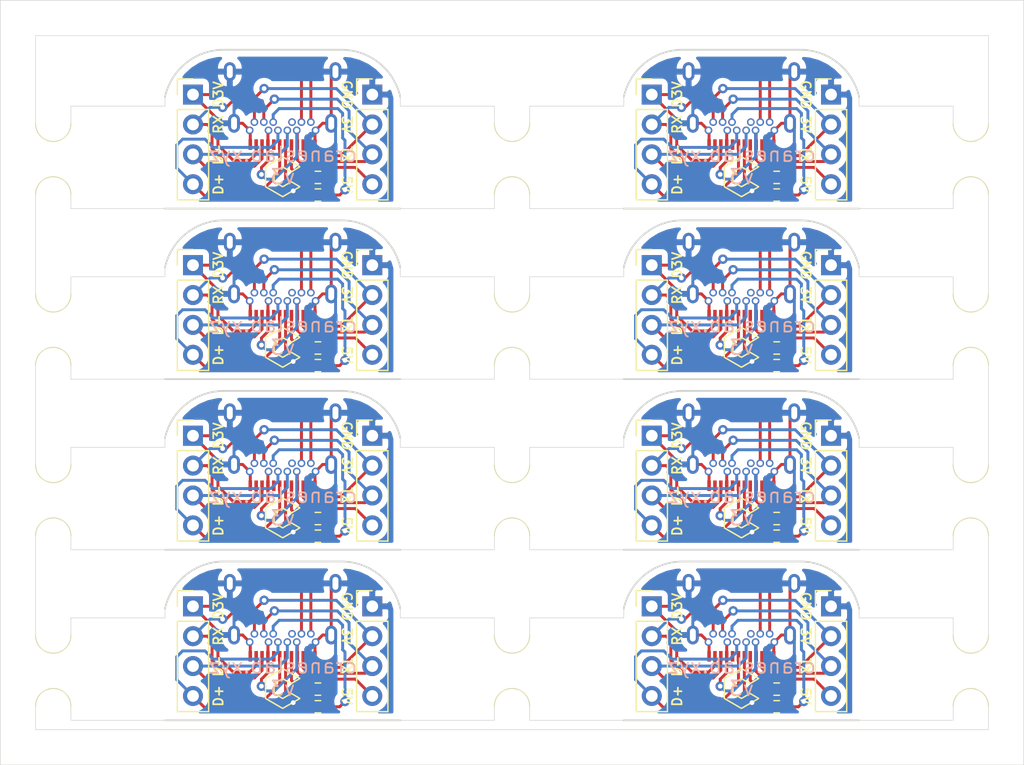
<source format=kicad_pcb>
(kicad_pcb (version 20211014) (generator pcbnew)
  (layers (0 "F.Cu" signal) (31 "B.Cu" signal) (34 "B.Paste" user) (35 "F.Paste" user) (36 "B.SilkS" user "B.Silkscreen") (37 "F.SilkS" user "F.Silkscreen") (38 "B.Mask" user) (39 "F.Mask" user) (44 "Edge.Cuts" user))
  (net 0 "")
  (net 1 "GND")
  (net 2 "3V3")
  (net 3 "TX-")
  (net 4 "VBUS")
  (net 5 "Net-(J1-PadA5)")
  (net 6 "D+")
  (net 7 "D-")
  (net 8 "Net-(J1-PadA8)")
  (net 9 "RX-")
  (net 10 "D3V")
  (net 11 "Net-(J1-PadB5)")
  (net 12 "Net-(J1-PadB8)")
  (footprint "Model_S:PinHeader_1x04_P2.54mm_Vertical" (layer "F.Cu") (at 47.62 33.015)
    (fp_text reference "J3" hide)
    (fp_text value "Conn_01x04")
  )
  (footprint "Model_S:Shou Han Type-C 24P QCHT" (layer "F.Cu") (at 40 29.205 180)
    (fp_text reference "J1" hide)
    (fp_text value "USB_C_Receptacle")
  )
  (footprint "Model_S:PinHeader_1x04_P2.54mm_Vertical" (layer "F.Cu") (at 32.38 33.015)
    (fp_text reference "J2" hide)
    (fp_text value "Conn_01x04")
  )
  (footprint "Model_S:USBC_C_Logo" (layer "F.Cu") (at 40 40)
    (fp_text reference "G***" hide)
    (fp_text value "LOGO" hide)
  )
  (footprint "Resistor_SMD:R_0603_1608Metric" (layer "F.Cu") (at 43 40.055 180)
    (fp_text reference "R1" hide)
    (fp_text value "R" hide)
  )
  (footprint "Resistor_SMD:R_0603_1608Metric" (layer "F.Cu") (at 43 41.555 180)
    (fp_text reference "R2" hide)
    (fp_text value "R" hide)
  )
  (footprint "Model_S:PinHeader_1x04_P2.54mm_Vertical" (layer "F.Cu") (at 86.62 33.015)
    (fp_text reference "J3" hide)
    (fp_text value "Conn_01x04")
  )
  (footprint "MountingHole:MountingHole_3.2mm_M3" (layer "F.Cu") (at 65.03 81.595)
    (fp_text reference "REF**" hide)
    (fp_text value "MountingHole_3.2mm_M3")
  )
  (footprint "panelization:mouse-bite-3mm-slot" (layer "F.Cu") (at 98.5 53 90)
    (fp_text reference "mouse-bite-3mm-slot" hide)
    (fp_text value "VAL**" hide)
  )
  (footprint "MountingHole:MountingHole_3.2mm_M3" (layer "F.Cu") (at 53.97 67.095)
    (fp_text reference "REF**" hide)
    (fp_text value "MountingHole_3.2mm_M3")
  )
  (footprint "Model_S:PinHeader_1x04_P2.54mm_Vertical" (layer "F.Cu") (at 71.38 33.015)
    (fp_text reference "J2" hide)
    (fp_text value "Conn_01x04")
  )
  (footprint "Resistor_SMD:R_0603_1608Metric" (layer "F.Cu") (at 82 85.055 180)
    (fp_text reference "R2" hide)
    (fp_text value "R" hide)
  )
  (footprint "panelization:mouse-bite-3mm-slot" (layer "F.Cu") (at 20.5 82 90)
    (fp_text reference "mouse-bite-3mm-slot" hide)
    (fp_text value "VAL**" hide)
  )
  (footprint "Model_S:PinHeader_1x04_P2.54mm_Vertical" (layer "F.Cu") (at 47.62 47.515)
    (fp_text reference "J3" hide)
    (fp_text value "Conn_01x04")
  )
  (footprint "Model_S:Shou Han Type-C 24P QCHT" (layer "F.Cu") (at 79 58.205 180)
    (fp_text reference "J1" hide)
    (fp_text value "USB_C_Receptacle")
  )
  (footprint "panelization:mouse-bite-3mm-slot" (layer "F.Cu") (at 20.5 67.5 90)
    (fp_text reference "mouse-bite-3mm-slot" hide)
    (fp_text value "VAL**" hide)
  )
  (footprint "MountingHole:MountingHole_3.2mm_M3" (layer "F.Cu") (at 53.97 81.595)
    (fp_text reference "REF**" hide)
    (fp_text value "MountingHole_3.2mm_M3")
  )
  (footprint "Model_S:PinHeader_1x04_P2.54mm_Vertical" (layer "F.Cu") (at 47.62 76.515)
    (fp_text reference "J3" hide)
    (fp_text value "Conn_01x04")
  )
  (footprint "panelization:mouse-bite-3mm-slot" (layer "F.Cu") (at 98.5 38.5 90)
    (fp_text reference "mouse-bite-3mm-slot" hide)
    (fp_text value "VAL**" hide)
  )
  (footprint "MountingHole:MountingHole_3.2mm_M3" (layer "F.Cu") (at 65.03 38.095)
    (fp_text reference "REF**" hide)
    (fp_text value "MountingHole_3.2mm_M3")
  )
  (footprint "MountingHole:MountingHole_3.2mm_M3" (layer "F.Cu") (at 53.97 52.595)
    (fp_text reference "REF**" hide)
    (fp_text value "MountingHole_3.2mm_M3")
  )
  (footprint "Model_S:PinHeader_1x04_P2.54mm_Vertical" (layer "F.Cu") (at 71.38 62.015)
    (fp_text reference "J2" hide)
    (fp_text value "Conn_01x04")
  )
  (footprint "Resistor_SMD:R_0603_1608Metric" (layer "F.Cu") (at 82 56.055 180)
    (fp_text reference "R2" hide)
    (fp_text value "R" hide)
  )
  (footprint "MountingHole:MountingHole_3.2mm_M3" (layer "F.Cu") (at 26.03 38.095)
    (fp_text reference "REF**" hide)
    (fp_text value "MountingHole_3.2mm_M3")
  )
  (footprint "Model_S:USBC_C_Logo" (layer "F.Cu") (at 79 40)
    (fp_text reference "G***" hide)
    (fp_text value "LOGO" hide)
  )
  (footprint "Resistor_SMD:R_0603_1608Metric" (layer "F.Cu") (at 43 54.555 180)
    (fp_text reference "R1" hide)
    (fp_text value "R" hide)
  )
  (footprint "Model_S:Shou Han Type-C 24P QCHT" (layer "F.Cu") (at 40 72.705 180)
    (fp_text reference "J1" hide)
    (fp_text value "USB_C_Receptacle")
  )
  (footprint "MountingHole:MountingHole_3.2mm_M3" (layer "F.Cu") (at 92.97 81.595)
    (fp_text reference "REF**" hide)
    (fp_text value "MountingHole_3.2mm_M3")
  )
  (footprint "Resistor_SMD:R_0603_1608Metric" (layer "F.Cu") (at 82 54.555 180)
    (fp_text reference "R1" hide)
    (fp_text value "R" hide)
  )
  (footprint "Model_S:PinHeader_1x04_P2.54mm_Vertical" (layer "F.Cu") (at 71.38 47.515)
    (fp_text reference "J2" hide)
    (fp_text value "Conn_01x04")
  )
  (footprint "Model_S:Shou Han Type-C 24P QCHT" (layer "F.Cu") (at 40 58.205 180)
    (fp_text reference "J1" hide)
    (fp_text value "USB_C_Receptacle")
  )
  (footprint "Model_S:PinHeader_1x04_P2.54mm_Vertical" (layer "F.Cu") (at 47.62 62.015)
    (fp_text reference "J3" hide)
    (fp_text value "Conn_01x04")
  )
  (footprint "MountingHole:MountingHole_3.2mm_M3" (layer "F.Cu") (at 26.03 67.095)
    (fp_text reference "REF**" hide)
    (fp_text value "MountingHole_3.2mm_M3")
  )
  (footprint "Model_S:USBC_C_Logo" (layer "F.Cu") (at 40 54.5)
    (fp_text reference "G***" hide)
    (fp_text value "LOGO" hide)
  )
  (footprint "panelization:mouse-bite-3mm-slot" (layer "F.Cu") (at 20.5 38.5 90)
    (fp_text reference "mouse-bite-3mm-slot" hide)
    (fp_text value "VAL**" hide)
  )
  (footprint "panelization:mouse-bite-3mm-slot" (layer "F.Cu") (at 59.5 38.5 90)
    (fp_text reference "mouse-bite-3mm-slot" hide)
    (fp_text value "VAL**" hide)
  )
  (footprint "Model_S:PinHeader_1x04_P2.54mm_Vertical" (layer "F.Cu") (at 32.38 62.015)
    (fp_text reference "J2" hide)
    (fp_text value "Conn_01x04")
  )
  (footprint "Model_S:PinHeader_1x04_P2.54mm_Vertical" (layer "F.Cu") (at 86.62 47.515)
    (fp_text reference "J3" hide)
    (fp_text value "Conn_01x04")
  )
  (footprint "panelization:mouse-bite-3mm-slot" (layer "F.Cu") (at 20.5 53 90)
    (fp_text reference "mouse-bite-3mm-slot" hide)
    (fp_text value "VAL**" hide)
  )
  (footprint "MountingHole:MountingHole_3.2mm_M3" (layer "F.Cu") (at 53.97 38.095)
    (fp_text reference "REF**" hide)
    (fp_text value "MountingHole_3.2mm_M3")
  )
  (footprint "Model_S:Shou Han Type-C 24P QCHT" (layer "F.Cu") (at 79 29.205 180)
    (fp_text reference "J1" hide)
    (fp_text value "USB_C_Receptacle")
  )
  (footprint "Resistor_SMD:R_0603_1608Metric" (layer "F.Cu") (at 43 56.055 180)
    (fp_text reference "R2" hide)
    (fp_text value "R" hide)
  )
  (footprint "Model_S:USBC_C_Logo" (layer "F.Cu") (at 79 69)
    (fp_text reference "G***" hide)
    (fp_text value "LOGO" hide)
  )
  (footprint "Model_S:PinHeader_1x04_P2.54mm_Vertical" (layer "F.Cu") (at 71.38 76.515)
    (fp_text reference "J2" hide)
    (fp_text value "Conn_01x04")
  )
  (footprint "Resistor_SMD:R_0603_1608Metric" (layer "F.Cu") (at 82 83.555 180)
    (fp_text reference "R1" hide)
    (fp_text value "R" hide)
  )
  (footprint "Model_S:Shou Han Type-C 24P QCHT" (layer "F.Cu") (at 79 43.705 180)
    (fp_text reference "J1" hide)
    (fp_text value "USB_C_Receptacle")
  )
  (footprint "Resistor_SMD:R_0603_1608Metric" (layer "F.Cu") (at 43 70.555 180)
    (fp_text reference "R2" hide)
    (fp_text value "R" hide)
  )
  (footprint "MountingHole:MountingHole_3.2mm_M3" (layer "F.Cu") (at 26.03 52.595)
    (fp_text reference "REF**" hide)
    (fp_text value "MountingHole_3.2mm_M3")
  )
  (footprint "Model_S:PinHeader_1x04_P2.54mm_Vertical" (layer "F.Cu") (at 32.38 76.515)
    (fp_text reference "J2" hide)
    (fp_text value "Conn_01x04")
  )
  (footprint "Resistor_SMD:R_0603_1608Metric" (layer "F.Cu") (at 82 41.555 180)
    (fp_text reference "R2" hide)
    (fp_text value "R" hide)
  )
  (footprint "Model_S:PinHeader_1x04_P2.54mm_Vertical" (layer "F.Cu") (at 32.38 47.515)
    (fp_text reference "J2" hide)
    (fp_text value "Conn_01x04")
  )
  (footprint "Model_S:USBC_C_Logo" (layer "F.Cu") (at 40 69)
    (fp_text reference "G***" hide)
    (fp_text value "LOGO" hide)
  )
  (footprint "MountingHole:MountingHole_3.2mm_M3" (layer "F.Cu") (at 92.97 67.095)
    (fp_text reference "REF**" hide)
    (fp_text value "MountingHole_3.2mm_M3")
  )
  (footprint "panelization:mouse-bite-3mm-slot" (layer "F.Cu") (at 59.5 67.5 90)
    (fp_text reference "mouse-bite-3mm-slot" hide)
    (fp_text value "VAL**" hide)
  )
  (footprint "MountingHole:MountingHole_3.2mm_M3" (layer "F.Cu") (at 26.03 81.595)
    (fp_text reference "REF**" hide)
    (fp_text value "MountingHole_3.2mm_M3")
  )
  (footprint "Model_S:Shou Han Type-C 24P QCHT" (layer "F.Cu") (at 79 72.705 180)
    (fp_text reference "J1" hide)
    (fp_text value "USB_C_Receptacle")
  )
  (footprint "panelization:mouse-bite-3mm-slot" (layer "F.Cu") (at 98.5 82 90)
    (fp_text reference "mouse-bite-3mm-slot" hide)
    (fp_text value "VAL**" hide)
  )
  (footprint "Model_S:USBC_C_Logo" (layer "F.Cu") (at 79 83.5)
    (fp_text reference "G***" hide)
    (fp_text value "LOGO" hide)
  )
  (footprint "Resistor_SMD:R_0603_1608Metric" (layer "F.Cu") (at 43 85.055 180)
    (fp_text reference "R2" hide)
    (fp_text value "R" hide)
  )
  (footprint "Model_S:PinHeader_1x04_P2.54mm_Vertical" (layer "F.Cu") (at 86.62 62.015)
    (fp_text reference "J3" hide)
    (fp_text value "Conn_01x04")
  )
  (footprint "Model_S:USBC_C_Logo" (layer "F.Cu") (at 40 83.5)
    (fp_text reference "G***" hide)
    (fp_text value "LOGO" hide)
  )
  (footprint "Resistor_SMD:R_0603_1608Metric" (layer "F.Cu") (at 82 40.055 180)
    (fp_text reference "R1" hide)
    (fp_text value "R" hide)
  )
  (footprint "Resistor_SMD:R_0603_1608Metric" (layer "F.Cu") (at 82 70.555 180)
    (fp_text reference "R2" hide)
    (fp_text value "R" hide)
  )
  (footprint "MountingHole:MountingHole_3.2mm_M3" (layer "F.Cu") (at 92.97 38.095)
    (fp_text reference "REF**" hide)
    (fp_text value "MountingHole_3.2mm_M3")
  )
  (footprint "Resistor_SMD:R_0603_1608Metric" (layer "F.Cu") (at 43 69.055 180)
    (fp_text reference "R1" hide)
    (fp_text value "R" hide)
  )
  (footprint "Resistor_SMD:R_0603_1608Metric" (layer "F.Cu") (at 82 69.055 180)
    (fp_text reference "R1" hide)
    (fp_text value "R" hide)
  )
  (footprint "MountingHole:MountingHole_3.2mm_M3" (layer "F.Cu") (at 65.03 67.095)
    (fp_text reference "REF**" hide)
    (fp_text value "MountingHole_3.2mm_M3")
  )
  (footprint "MountingHole:MountingHole_3.2mm_M3" (layer "F.Cu") (at 92.97 52.595)
    (fp_text reference "REF**" hide)
    (fp_text value "MountingHole_3.2mm_M3")
  )
  (footprint "Model_S:USBC_C_Logo" (layer "F.Cu") (at 79 54.5)
    (fp_text reference "G***" hide)
    (fp_text value "LOGO" hide)
  )
  (footprint "panelization:mouse-bite-3mm-slot" (layer "F.Cu") (at 98.5 67.5 90)
    (fp_text reference "mouse-bite-3mm-slot" hide)
    (fp_text value "VAL**" hide)
  )
  (footprint "Resistor_SMD:R_0603_1608Metric" (layer "F.Cu") (at 43 83.555 180)
    (fp_text reference "R1" hide)
    (fp_text value "R" hide)
  )
  (footprint "MountingHole:MountingHole_3.2mm_M3" (layer "F.Cu") (at 65.03 52.595)
    (fp_text reference "REF**" hide)
    (fp_text value "MountingHole_3.2mm_M3")
  )
  (footprint "panelization:mouse-bite-3mm-slot" (layer "F.Cu") (at 59.5 82 90)
    (fp_text reference "mouse-bite-3mm-slot" hide)
    (fp_text value "VAL**" hide)
  )
  (footprint "panelization:mouse-bite-3mm-slot" (layer "F.Cu") (at 59.5 53 90)
    (fp_text reference "mouse-bite-3mm-slot" hide)
    (fp_text value "VAL**" hide)
  )
  (footprint "Model_S:Shou Han Type-C 24P QCHT" (layer "F.Cu") (at 40 43.705 180)
    (fp_text reference "J1" hide)
    (fp_text value "USB_C_Receptacle")
  )
  (footprint "Model_S:PinHeader_1x04_P2.54mm_Vertical" (layer "F.Cu") (at 86.62 76.515)
    (fp_text reference "J3" hide)
    (fp_text value "Conn_01x04")
  )
  (gr_line (start 35 29.205) (end 45 29.205) (layer "Edge.Cuts") (width 0.1524))
  (gr_arc (start 45 29.205) (mid 48.201562 30.328047) (end 50 33.205) (layer "Edge.Cuts") (width 0.1524))
  (gr_arc (start 30 33.205) (mid 31.798438 30.328047) (end 35 29.205) (layer "Edge.Cuts") (width 0.1524))
  (gr_line (start 30 42.705) (end 50 42.705) (layer "Edge.Cuts") (width 0.1524))
  (gr_line (start 22 79) (end 22 77.5) (layer "Edge.Cuts") (width 0.05))
  (gr_line (start 58 35.5) (end 58 34) (layer "Edge.Cuts") (width 0.05))
  (gr_line (start 50 33.205) (end 50 34) (layer "Edge.Cuts") (width 0.05))
  (gr_arc (start 58 85) (mid 59.5 83.5) (end 61 85) (layer "Edge.Cuts") (width 0.05))
  (gr_arc (start 100 35.5) (mid 98.5 37) (end 97 35.5) (layer "Edge.Cuts") (width 0.05))
  (gr_line (start 22 70.5) (end 22 71.705) (layer "Edge.Cuts") (width 0.05))
  (gr_line (start 100 35.5) (end 100 28) (layer "Edge.Cuts") (width 0.05))
  (gr_arc (start 58 41.5) (mid 59.5 40) (end 61 41.5) (layer "Edge.Cuts") (width 0.05))
  (gr_line (start 57.62 57.205) (end 50 57.205) (layer "Edge.Cuts") (width 0.05))
  (gr_line (start 19 79) (end 19 70.5) (layer "Edge.Cuts") (width 0.05))
  (gr_arc (start 84 72.705) (mid 87.201562 73.828047) (end 89 76.705) (layer "Edge.Cuts") (width 0.1524))
  (gr_line (start 97 71.705) (end 96.62 71.705) (layer "Edge.Cuts") (width 0.05))
  (gr_line (start 89 63) (end 97 63) (layer "Edge.Cuts") (width 0.05))
  (gr_arc (start 19 85) (mid 20.5 83.5) (end 22 85) (layer "Edge.Cuts") (width 0.05))
  (gr_arc (start 58 56) (mid 59.5 54.5) (end 61 56) (layer "Edge.Cuts") (width 0.05))
  (gr_line (start 22 50) (end 22 48.5) (layer "Edge.Cuts") (width 0.05))
  (gr_line (start 97 64.5) (end 97 63) (layer "Edge.Cuts") (width 0.05))
  (gr_line (start 22 42.705) (end 22.38 42.705) (layer "Edge.Cuts") (width 0.05))
  (gr_line (start 69 63) (end 61 63) (layer "Edge.Cuts") (width 0.05))
  (gr_line (start 97 79) (end 97 77.5) (layer "Edge.Cuts") (width 0.05))
  (gr_line (start 89 47.705) (end 89 48.5) (layer "Edge.Cuts") (width 0.05))
  (gr_line (start 50 48.5) (end 58 48.5) (layer "Edge.Cuts") (width 0.05))
  (gr_line (start 35 72.705) (end 45 72.705) (layer "Edge.Cuts") (width 0.1524))
  (gr_line (start 69 62.205) (end 69 63) (layer "Edge.Cuts") (width 0.05))
  (gr_line (start 58 50) (end 58 48.5) (layer "Edge.Cuts") (width 0.05))
  (gr_line (start 97 56) (end 97 57.205) (layer "Edge.Cuts") (width 0.05))
  (gr_line (start 22.38 86.205) (end 30 86.205) (layer "Edge.Cuts") (width 0.05))
  (gr_line (start 69 33.205) (end 69 34) (layer "Edge.Cuts") (width 0.05))
  (gr_line (start 50 34) (end 58 34) (layer "Edge.Cuts") (width 0.05))
  (gr_line (start 96.62 71.705) (end 89 71.705) (layer "Edge.Cuts") (width 0.05))
  (gr_arc (start 19 41.5) (mid 20.5 40) (end 22 41.5) (layer "Edge.Cuts") (width 0.05))
  (gr_line (start 97 85) (end 97 86.205) (layer "Edge.Cuts") (width 0.05))
  (gr_line (start 69 76.705) (end 69 77.5) (layer "Edge.Cuts") (width 0.05))
  (gr_arc (start 84 43.705) (mid 87.201562 44.828047) (end 89 47.705) (layer "Edge.Cuts") (width 0.1524))
  (gr_line (start 30 77.5) (end 22 77.5) (layer "Edge.Cuts") (width 0.05))
  (gr_line (start 61.38 86.205) (end 69 86.205) (layer "Edge.Cuts") (width 0.05))
  (gr_line (start 35 58.205) (end 45 58.205) (layer "Edge.Cuts") (width 0.1524))
  (gr_line (start 50 77.5) (end 58 77.5) (layer "Edge.Cuts") (width 0.05))
  (gr_line (start 58 42.705) (end 57.62 42.705) (layer "Edge.Cuts") (width 0.05))
  (gr_line (start 19 41.5) (end 19 50) (layer "Edge.Cuts") (width 0.05))
  (gr_arc (start 100 50) (mid 98.5 51.5) (end 97 50) (layer "Edge.Cuts") (width 0.05))
  (gr_arc (start 97 41.5) (mid 98.5 40) (end 100 41.5) (layer "Edge.Cuts") (width 0.05))
  (gr_line (start 57.62 86.205) (end 50 86.205) (layer "Edge.Cuts") (width 0.05))
  (gr_line (start 30 48.5) (end 22 48.5) (layer "Edge.Cuts") (width 0.05))
  (gr_arc (start 22 79) (mid 20.5 80.5) (end 19 79) (layer "Edge.Cuts") (width 0.05))
  (gr_line (start 58 70.5) (end 58 71.705) (layer "Edge.Cuts") (width 0.05))
  (gr_line (start 97 57.205) (end 96.62 57.205) (layer "Edge.Cuts") (width 0.05))
  (gr_arc (start 97 56) (mid 98.5 54.5) (end 100 56) (layer "Edge.Cuts") (width 0.05))
  (gr_line (start 61 41.5) (end 61 42.705) (layer "Edge.Cuts") (width 0.05))
  (gr_line (start 74 43.705) (end 84 43.705) (layer "Edge.Cuts") (width 0.1524))
  (gr_arc (start 45 43.705) (mid 48.201562 44.828047) (end 50 47.705) (layer "Edge.Cuts") (width 0.1524))
  (gr_line (start 100 87) (end 19 87) (layer "Edge.Cuts") (width 0.05))
  (gr_line (start 97 70.5) (end 97 71.705) (layer "Edge.Cuts") (width 0.05))
  (gr_line (start 61 57.205) (end 61.38 57.205) (layer "Edge.Cuts") (width 0.05))
  (gr_arc (start 19 56) (mid 20.5 54.5) (end 22 56) (layer "Edge.Cuts") (width 0.05))
  (gr_line (start 61 86.205) (end 61.38 86.205) (layer "Edge.Cuts") (width 0.05))
  (gr_line (start 74 58.205) (end 84 58.205) (layer "Edge.Cuts") (width 0.1524))
  (gr_line (start 97 41.5) (end 97 42.705) (layer "Edge.Cuts") (width 0.05))
  (gr_arc (start 61 35.5) (mid 59.5 37) (end 58 35.5) (layer "Edge.Cuts") (width 0.05))
  (gr_line (start 61.38 57.205) (end 69 57.205) (layer "Edge.Cuts") (width 0.05))
  (gr_arc (start 69 62.205) (mid 70.798438 59.328047) (end 74 58.205) (layer "Edge.Cuts") (width 0.1524))
  (gr_line (start 61 85) (end 61 86.205) (layer "Edge.Cuts") (width 0.05))
  (gr_line (start 58 64.5) (end 58 63) (layer "Edge.Cuts") (width 0.05))
  (gr_line (start 22.38 71.705) (end 30 71.705) (layer "Edge.Cuts") (width 0.05))
  (gr_line (start 30 34) (end 22 34) (layer "Edge.Cuts") (width 0.05))
  (gr_arc (start 61 64.5) (mid 59.5 66) (end 58 64.5) (layer "Edge.Cuts") (width 0.05))
  (gr_arc (start 45 72.705) (mid 48.201562 73.828047) (end 50 76.705) (layer "Edge.Cuts") (width 0.1524))
  (gr_line (start 61 64.5) (end 61 63) (layer "Edge.Cuts") (width 0.05))
  (gr_line (start 100 85) (end 100 87) (layer "Edge.Cuts") (width 0.05))
  (gr_line (start 61 79) (end 61 77.5) (layer "Edge.Cuts") (width 0.05))
  (gr_arc (start 30 62.205) (mid 31.798438 59.328047) (end 35 58.205) (layer "Edge.Cuts") (width 0.1524))
  (gr_arc (start 30 76.705) (mid 31.798438 73.828047) (end 35 72.705) (layer "Edge.Cuts") (width 0.1524))
  (gr_line (start 50 76.705) (end 50 77.5) (layer "Edge.Cuts") (width 0.05))
  (gr_arc (start 61 79) (mid 59.5 80.5) (end 58 79) (layer "Edge.Cuts") (width 0.05))
  (gr_line (start 69 34) (end 61 34) (layer "Edge.Cuts") (width 0.05))
  (gr_line (start 30 76.705) (end 30 77.5) (layer "Edge.Cuts") (width 0.05))
  (gr_line (start 16 25) (end 103 25) (layer "Edge.Cuts") (width 0.05))
  (gr_line (start 89 48.5) (end 97 48.5) (layer "Edge.Cuts") (width 0.05))
  (gr_line (start 74 72.705) (end 84 72.705) (layer "Edge.Cuts") (width 0.1524))
  (gr_line (start 16 90) (end 103 90) (layer "Edge.Cuts") (width 0.05))
  (gr_line (start 69 77.5) (end 61 77.5) (layer "Edge.Cuts") (width 0.05))
  (gr_line (start 57.62 71.705) (end 50 71.705) (layer "Edge.Cuts") (width 0.05))
  (gr_line (start 69 42.705) (end 89 42.705) (layer "Edge.Cuts") (width 0.1524))
  (gr_line (start 100 56) (end 100 64.5) (layer "Edge.Cuts") (width 0.05))
  (gr_arc (start 100 64.5) (mid 98.5 66) (end 97 64.5) (layer "Edge.Cuts") (width 0.05))
  (gr_arc (start 69 33.205) (mid 70.798438 30.328047) (end 74 29.205) (layer "Edge.Cuts") (width 0.1524))
  (gr_line (start 30 57.205) (end 50 57.205) (layer "Edge.Cuts") (width 0.1524))
  (gr_line (start 22 64.5) (end 22 63) (layer "Edge.Cuts") (width 0.05))
  (gr_line (start 97 35.5) (end 97 34) (layer "Edge.Cuts") (width 0.05))
  (gr_line (start 61 56) (end 61 57.205) (layer "Edge.Cuts") (width 0.05))
  (gr_line (start 30 62.205) (end 30 63) (layer "Edge.Cuts") (width 0.05))
  (gr_line (start 19 87) (end 19 85) (layer "Edge.Cuts") (width 0.05))
  (gr_line (start 58 41.5) (end 58 42.705) (layer "Edge.Cuts") (width 0.05))
  (gr_line (start 89 33.205) (end 89 34) (layer "Edge.Cuts") (width 0.05))
  (gr_line (start 89 77.5) (end 97 77.5) (layer "Edge.Cuts") (width 0.05))
  (gr_line (start 69 86.205) (end 89 86.205) (layer "Edge.Cuts") (width 0.1524))
  (gr_line (start 19 28) (end 19 35.5) (layer "Edge.Cuts") (width 0.05))
  (gr_line (start 61 42.705) (end 61.38 42.705) (layer "Edge.Cuts") (width 0.05))
  (gr_line (start 58 56) (end 58 57.205) (layer "Edge.Cuts") (width 0.05))
  (gr_arc (start 22 35.5) (mid 20.5 37) (end 19 35.5) (layer "Edge.Cuts") (width 0.05))
  (gr_line (start 58 71.705) (end 57.62 71.705) (layer "Edge.Cuts") (width 0.05))
  (gr_arc (start 22 64.5) (mid 20.5 66) (end 19 64.5) (layer "Edge.Cuts") (width 0.05))
  (gr_line (start 89 76.705) (end 89 77.5) (layer "Edge.Cuts") (width 0.05))
  (gr_line (start 61 35.5) (end 61 34) (layer "Edge.Cuts") (width 0.05))
  (gr_line (start 30 47.705) (end 30 48.5) (layer "Edge.Cuts") (width 0.05))
  (gr_line (start 103 90) (end 103 25) (layer "Edge.Cuts") (width 0.05))
  (gr_line (start 69 48.5) (end 61 48.5) (layer "Edge.Cuts") (width 0.05))
  (gr_line (start 57.62 42.705) (end 50 42.705) (layer "Edge.Cuts") (width 0.05))
  (gr_arc (start 45 58.205) (mid 48.201562 59.328047) (end 50 62.205) (layer "Edge.Cuts") (width 0.1524))
  (gr_line (start 96.62 57.205) (end 89 57.205) (layer "Edge.Cuts") (width 0.05))
  (gr_arc (start 100 79) (mid 98.5 80.5) (end 97 79) (layer "Edge.Cuts") (width 0.05))
  (gr_line (start 96.62 86.205) (end 89 86.205) (layer "Edge.Cuts") (width 0.05))
  (gr_arc (start 97 70.5) (mid 98.5 69) (end 100 70.5) (layer "Edge.Cuts") (width 0.05))
  (gr_line (start 61 71.705) (end 61.38 71.705) (layer "Edge.Cuts") (width 0.05))
  (gr_arc (start 97 85) (mid 98.5 83.5) (end 100 85) (layer "Edge.Cuts") (width 0.05))
  (gr_line (start 58 79) (end 58 77.5) (layer "Edge.Cuts") (width 0.05))
  (gr_line (start 35 43.705) (end 45 43.705) (layer "Edge.Cuts") (width 0.1524))
  (gr_line (start 89 34) (end 97 34) (layer "Edge.Cuts") (width 0.05))
  (gr_arc (start 30 47.705) (mid 31.798438 44.828047) (end 35 43.705) (layer "Edge.Cuts") (width 0.1524))
  (gr_line (start 30 33.205) (end 30 34) (layer "Edge.Cuts") (width 0.05))
  (gr_line (start 50 63) (end 58 63) (layer "Edge.Cuts") (width 0.05))
  (gr_line (start 58 86.205) (end 57.62 86.205) (layer "Edge.Cuts") (width 0.05))
  (gr_line (start 97 42.705) (end 96.62 42.705) (layer "Edge.Cuts") (width 0.05))
  (gr_line (start 19 56) (end 19 64.5) (layer "Edge.Cuts") (width 0.05))
  (gr_line (start 22 85) (end 22 86.205) (layer "Edge.Cuts") (width 0.05))
  (gr_line (start 97 50) (end 97 48.5) (layer "Edge.Cuts") (width 0.05))
  (gr_arc (start 61 50) (mid 59.5 51.5) (end 58 50) (layer "Edge.Cuts") (width 0.05))
  (gr_line (start 16 25) (end 16 90) (layer "Edge.Cuts") (width 0.05))
  (gr_arc (start 69 47.705) (mid 70.798438 44.828047) (end 74 43.705) (layer "Edge.Cuts") (width 0.1524))
  (gr_line (start 22 35.5) (end 22 34) (layer "Edge.Cuts") (width 0.05))
  (gr_line (start 22 71.705) (end 22.38 71.705) (layer "Edge.Cuts") (width 0.05))
  (gr_line (start 69 57.205) (end 89 57.205) (layer "Edge.Cuts") (width 0.1524))
  (gr_arc (start 22 50) (mid 20.5 51.5) (end 19 50) (layer "Edge.Cuts") (width 0.05))
  (gr_line (start 30 63) (end 22 63) (layer "Edge.Cuts") (width 0.05))
  (gr_line (start 100 70.5) (end 100 79) (layer "Edge.Cuts") (width 0.05))
  (gr_line (start 22.38 57.205) (end 30 57.205) (layer "Edge.Cuts") (width 0.05))
  (gr_line (start 69 47.705) (end 69 48.5) (layer "Edge.Cuts") (width 0.05))
  (gr_line (start 58 85) (end 58 86.205) (layer "Edge.Cuts") (width 0.05))
  (gr_line (start 61.38 71.705) (end 69 71.705) (layer "Edge.Cuts") (width 0.05))
  (gr_arc (start 58 70.5) (mid 59.5 69) (end 61 70.5) (layer "Edge.Cuts") (width 0.05))
  (gr_line (start 30 71.705) (end 50 71.705) (layer "Edge.Cuts") (width 0.1524))
  (gr_line (start 22 56) (end 22 57.205) (layer "Edge.Cuts") (width 0.05))
  (gr_line (start 50 47.705) (end 50 48.5) (layer "Edge.Cuts") (width 0.05))
  (gr_line (start 50 62.205) (end 50 63) (layer "Edge.Cuts") (width 0.05))
  (gr_line (start 89 62.205) (end 89 63) (layer "Edge.Cuts") (width 0.05))
  (gr_line (start 22 86.205) (end 22.38 86.205) (layer "Edge.Cuts") (width 0.05))
  (gr_line (start 22.38 42.705) (end 30 42.705) (layer "Edge.Cuts") (width 0.05))
  (gr_line (start 22 57.205) (end 22.38 57.205) (layer "Edge.Cuts") (width 0.05))
  (gr_arc (start 19 70.5) (mid 20.5 69) (end 22 70.5) (layer "Edge.Cuts") (width 0.05))
  (gr_arc (start 84 29.205) (mid 87.201562 30.328047) (end 89 33.205) (layer "Edge.Cuts") (width 0.1524))
  (gr_line (start 61 50) (end 61 48.5) (layer "Edge.Cuts") (width 0.05))
  (gr_arc (start 69 76.705) (mid 70.798438 73.828047) (end 74 72.705) (layer "Edge.Cuts") (width 0.1524))
  (gr_arc (start 84 58.205) (mid 87.201562 59.328047) (end 89 62.205) (layer "Edge.Cuts") (width 0.1524))
  (gr_line (start 58 57.205) (end 57.62 57.205) (layer "Edge.Cuts") (width 0.05))
  (gr_line (start 30 86.205) (end 50 86.205) (layer "Edge.Cuts") (width 0.1524))
  (gr_line (start 61 70.5) (end 61 71.705) (layer "Edge.Cuts") (width 0.05))
  (gr_line (start 100 50) (end 100 41.5) (layer "Edge.Cuts") (width 0.05))
  (gr_line (start 61.38 42.705) (end 69 42.705) (layer "Edge.Cuts") (width 0.05))
  (gr_line (start 96.62 42.705) (end 89 42.705) (layer "Edge.Cuts") (width 0.05))
  (gr_line (start 97 86.205) (end 96.62 86.205) (layer "Edge.Cuts") (width 0.05))
  (gr_line (start 22 41.5) (end 22 42.705) (layer "Edge.Cuts") (width 0.05))
  (gr_line (start 100 28) (end 19 28) (layer "Edge.Cuts") (width 0.05))
  (gr_line (start 74 29.205) (end 84 29.205) (layer "Edge.Cuts") (width 0.1524))
  (gr_line (start 69 71.705) (end 89 71.705) (layer "Edge.Cuts") (width 0.1524))
  (gr_text "craneslab.xyz" (at 40 67.095) (layer "B.SilkS") (effects (font (size 1.25 1.25)) (justify mirror)))
  (gr_text "craneslab.xyz" (at 79 67.095) (layer "B.SilkS") (effects (font (size 1.25 1.25)) (justify mirror)))
  (gr_text "v3" (at 40 69) (layer "B.SilkS") (effects (font (size 1.25 1.25)) (justify mirror)))
  (gr_text "v3" (at 79 83.5) (layer "B.SilkS") (effects (font (size 1.25 1.25)) (justify mirror)))
  (gr_text "v3" (at 40 83.5) (layer "B.SilkS") (effects (font (size 1.25 1.25)) (justify mirror)))
  (gr_text "craneslab.xyz" (at 79 38.095) (layer "B.SilkS") (effects (font (size 1.25 1.25)) (justify mirror)))
  (gr_text "v3" (at 79 69) (layer "B.SilkS") (effects (font (size 1.25 1.25)) (justify mirror)))
  (gr_text "craneslab.xyz" (at 40 81.595) (layer "B.SilkS") (effects (font (size 1.25 1.25)) (justify mirror)))
  (gr_text "craneslab.xyz" (at 79 81.595) (layer "B.SilkS") (effects (font (size 1.25 1.25)) (justify mirror)))
  (gr_text "v3" (at 40 54.5) (layer "B.SilkS") (effects (font (size 1.25 1.25)) (justify mirror)))
  (gr_text "craneslab.xyz" (at 79 52.595) (layer "B.SilkS") (effects (font (size 1.25 1.25)) (justify mirror)))
  (gr_text "craneslab.xyz" (at 40 52.595) (layer "B.SilkS") (effects (font (size 1.25 1.25)) (justify mirror)))
  (gr_text "v3" (at 40 40) (layer "B.SilkS") (effects (font (size 1.25 1.25)) (justify mirror)))
  (gr_text "v3" (at 79 40) (layer "B.SilkS") (effects (font (size 1.25 1.25)) (justify mirror)))
  (gr_text "v3" (at 79 54.5) (layer "B.SilkS") (effects (font (size 1.25 1.25)) (justify mirror)))
  (gr_text "craneslab.xyz" (at 40 38.095) (layer "B.SilkS") (effects (font (size 1.25 1.25)) (justify mirror)))
  (gr_text "TX" (at 45.461 38.095 -90) (layer "F.SilkS") (effects (font (size 0.8 0.8))))
  (gr_text "D+" (at 34.539 40.635 90) (layer "F.SilkS") (effects (font (size 0.8 0.8))))
  (gr_text "GND" (at 45.461 33.015 -90) (layer "F.SilkS") (effects (font (size 0.8 0.8))))
  (gr_text "D3V" (at 34.539 33.015 90) (layer "F.SilkS") (effects (font (size 0.8 0.8))))
  (gr_text "5V\n" (at 45.461 40.635 -90) (layer "F.SilkS") (effects (font (size 0.8 0.8))))
  (gr_text "D-" (at 34.539 38.095 90) (layer "F.SilkS") (effects (font (size 0.8 0.8))))
  (gr_text "RX" (at 34.539 35.555 90) (layer "F.SilkS") (effects (font (size 0.8 0.8))))
  (gr_text "3V" (at 45.461 35.555 -90) (layer "F.SilkS") (effects (font (size 0.8 0.8))))
  (gr_text "D-" (at 73.539 67.095 90) (layer "F.SilkS") (effects (font (size 0.8 0.8))))
  (gr_text "5V\n" (at 45.461 69.635 -90) (layer "F.SilkS") (effects (font (size 0.8 0.8))))
  (gr_text "3V" (at 84.461 64.555 -90) (layer "F.SilkS") (effects (font (size 0.8 0.8))))
  (gr_text "D-" (at 73.539 52.595 90) (layer "F.SilkS") (effects (font (size 0.8 0.8))))
  (gr_text "D+" (at 73.539 55.135 90) (layer "F.SilkS") (effects (font (size 0.8 0.8))))
  (gr_text "D-" (at 34.539 81.595 90) (layer "F.SilkS") (effects (font (size 0.8 0.8))))
  (gr_text "D+" (at 34.539 84.135 90) (layer "F.SilkS") (effects (font (size 0.8 0.8))))
  (gr_text "3V" (at 84.461 79.055 -90) (layer "F.SilkS") (effects (font (size 0.8 0.8))))
  (gr_text "D3V" (at 73.539 47.515 90) (layer "F.SilkS") (effects (font (size 0.8 0.8))))
  (gr_text "TX" (at 84.461 67.095 -90) (layer "F.SilkS") (effects (font (size 0.8 0.8))))
  (gr_text "GND" (at 45.461 76.515 -90) (layer "F.SilkS") (effects (font (size 0.8 0.8))))
  (gr_text "5V\n" (at 45.461 55.135 -90) (layer "F.SilkS") (effects (font (size 0.8 0.8))))
  (gr_text "TX" (at 84.461 52.595 -90) (layer "F.SilkS") (effects (font (size 0.8 0.8))))
  (gr_text "5V\n" (at 84.461 84.135 -90) (layer "F.SilkS") (effects (font (size 0.8 0.8))))
  (gr_text "D3V" (at 73.539 33.015 90) (layer "F.SilkS") (effects (font (size 0.8 0.8))))
  (gr_text "D3V" (at 73.539 62.015 90) (layer "F.SilkS") (effects (font (size 0.8 0.8))))
  (gr_text "3V" (at 45.461 79.055 -90) (layer "F.SilkS") (effects (font (size 0.8 0.8))))
  (gr_text "D-" (at 73.539 81.595 90) (layer "F.SilkS") (effects (font (size 0.8 0.8))))
  (gr_text "RX" (at 34.539 79.055 90) (layer "F.SilkS") (effects (font (size 0.8 0.8))))
  (gr_text "RX" (at 34.539 50.055 90) (layer "F.SilkS") (effects (font (size 0.8 0.8))))
  (gr_text "D3V" (at 73.539 76.515 90) (layer "F.SilkS") (effects (font (size 0.8 0.8))))
  (gr_text "D3V" (at 34.539 47.515 90) (layer "F.SilkS") (effects (font (size 0.8 0.8))))
  (gr_text "D3V" (at 34.539 62.015 90) (layer "F.SilkS") (effects (font (size 0.8 0.8))))
  (gr_text "GND" (at 84.461 47.515 -90) (layer "F.SilkS") (effects (font (size 0.8 0.8))))
  (gr_text "D3V" (at 34.539 76.515 90) (layer "F.SilkS") (effects (font (size 0.8 0.8))))
  (gr_text "D-" (at 34.539 67.095 90) (layer "F.SilkS") (effects (font (size 0.8 0.8))))
  (gr_text "3V" (at 84.461 35.555 -90) (layer "F.SilkS") (effects (font (size 0.8 0.8))))
  (gr_text "GND" (at 84.461 76.515 -90) (layer "F.SilkS") (effects (font (size 0.8 0.8))))
  (gr_text "GND" (at 84.461 33.015 -90) (layer "F.SilkS") (effects (font (size 0.8 0.8))))
  (gr_text "RX" (at 73.539 50.055 90) (layer "F.SilkS") (effects (font (size 0.8 0.8))))
  (gr_text "3V" (at 84.461 50.055 -90) (layer "F.SilkS") (effects (font (size 0.8 0.8))))
  (gr_text "D+" (at 73.539 40.635 90) (layer "F.SilkS") (effects (font (size 0.8 0.8))))
  (gr_text "TX" (at 45.461 67.095 -90) (layer "F.SilkS") (effects (font (size 0.8 0.8))))
  (gr_text "5V\n" (at 45.461 84.135 -90) (layer "F.SilkS") (effects (font (size 0.8 0.8))))
  (gr_text "RX" (at 34.539 64.555 90) (layer "F.SilkS") (effects (font (size 0.8 0.8))))
  (gr_text "RX" (at 73.539 79.055 90) (layer "F.SilkS") (effects (font (size 0.8 0.8))))
  (gr_text "D+" (at 73.539 69.635 90) (layer "F.SilkS") (effects (font (size 0.8 0.8))))
  (gr_text "D-" (at 34.539 52.595 90) (layer "F.SilkS") (effects (font (size 0.8 0.8))))
  (gr_text "D+" (at 34.539 55.135 90) (layer "F.SilkS") (effects (font (size 0.8 0.8))))
  (gr_text "GND" (at 45.461 62.015 -90) (layer "F.SilkS") (effects (font (size 0.8 0.8))))
  (gr_text "TX" (at 45.461 52.595 -90) (layer "F.SilkS") (effects (font (size 0.8 0.8))))
  (gr_text "TX" (at 84.461 38.095 -90) (layer "F.SilkS") (effects (font (size 0.8 0.8))))
  (gr_text "TX" (at 45.461 81.595 -90) (layer "F.SilkS") (effects (font (size 0.8 0.8))))
  (gr_text "5V\n" (at 84.461 40.635 -90) (layer "F.SilkS") (effects (font (size 0.8 0.8))))
  (gr_text "RX" (at 73.539 64.555 90) (layer "F.SilkS") (effects (font (size 0.8 0.8))))
  (gr_text "3V" (at 45.461 64.555 -90) (layer "F.SilkS") (effects (font (size 0.8 0.8))))
  (gr_text "5V\n" (at 84.461 69.635 -90) (layer "F.SilkS") (effects (font (size 0.8 0.8))))
  (gr_text "RX" (at 73.539 35.555 90) (layer "F.SilkS") (effects (font (size 0.8 0.8))))
  (gr_text "D-" (at 73.539 38.095 90) (layer "F.SilkS") (effects (font (size 0.8 0.8))))
  (gr_text "5V\n" (at 84.461 55.135 -90) (layer "F.SilkS") (effects (font (size 0.8 0.8))))
  (gr_text "D+" (at 73.539 84.135 90) (layer "F.SilkS") (effects (font (size 0.8 0.8))))
  (gr_text "3V" (at 45.461 50.055 -90) (layer "F.SilkS") (effects (font (size 0.8 0.8))))
  (gr_text "TX" (at 84.461 81.595 -90) (layer "F.SilkS") (effects (font (size 0.8 0.8))))
  (gr_text "D+" (at 34.539 69.635 90) (layer "F.SilkS") (effects (font (size 0.8 0.8))))
  (gr_text "GND" (at 45.461 47.515 -90) (layer "F.SilkS") (effects (font (size 0.8 0.8))))
  (gr_text "GND" (at 84.461 62.015 -90) (layer "F.SilkS") (effects (font (size 0.8 0.8))))
  (segment (start 83.13 78.955) (end 82.4 78.955) (width 0.25) (layer "F.Cu") (net 1))
  (segment (start 41.25 56.055) (end 40.9 55.705) (width 0.25) (layer "F.Cu") (net 1))
  (segment (start 44.13 78.955) (end 44.13 74.925) (width 0.25) (layer "F.Cu") (net 1))
  (segment (start 43.4 49.955) (end 42.8 50.555) (width 0.25) (layer "F.Cu") (net 1))
  (segment (start 75.6 49.955) (end 76.2 50.555) (width 0.25) (layer "F.Cu") (net 1))
  (segment (start 74.87 64.455) (end 75.6 64.455) (width 0.25) (layer "F.Cu") (net 1))
  (segment (start 82.4 35.455) (end 81.8 36.055) (width 0.25) (layer "F.Cu") (net 1))
  (segment (start 37.25 37.265) (end 37.25 36.105) (width 0.25) (layer "F.Cu") (net 1))
  (segment (start 80.25 85.055) (end 79.9 84.705) (width 0.25) (layer "F.Cu") (net 1))
  (segment (start 81.175 85.055) (end 80.25 85.055) (width 0.25) (layer "F.Cu") (net 1))
  (segment (start 83.13 45.925) (end 83.49 45.565) (width 0.25) (layer "F.Cu") (net 1))
  (segment (start 42.175 70.555) (end 42.325 70.555) (width 0.25) (layer "F.Cu") (net 1))
  (segment (start 83.13 64.455) (end 83.13 60.425) (width 0.25) (layer "F.Cu") (net 1))
  (segment (start 41.25 41.555) (end 40.9 41.205) (width 0.25) (layer "F.Cu") (net 1))
  (segment (start 44.13 49.955) (end 44.13 45.925) (width 0.25) (layer "F.Cu") (net 1))
  (segment (start 42.75 50.605) (end 42.8 50.555) (width 0.25) (layer "F.Cu") (net 1))
  (segment (start 74.87 35.455) (end 75.6 35.455) (width 0.25) (layer "F.Cu") (net 1))
  (segment (start 83.13 64.455) (end 82.4 64.455) (width 0.25) (layer "F.Cu") (net 1))
  (segment (start 83.13 35.455) (end 83.13 31.425) (width 0.25) (layer "F.Cu") (net 1))
  (segment (start 82.4 49.955) (end 81.8 50.555) (width 0.25) (layer "F.Cu") (net 1))
  (segment (start 81.75 37.265) (end 81.75 36.105) (width 0.25) (layer "F.Cu") (net 1))
  (segment (start 42.175 85.055) (end 42.325 85.055) (width 0.25) (layer "F.Cu") (net 1))
  (segment (start 35.87 78.955) (end 36.6 78.955) (width 0.25) (layer "F.Cu") (net 1))
  (segment (start 42.325 70.555) (end 43.825 69.055) (width 0.25) (layer "F.Cu") (net 1))
  (segment (start 42.175 56.055) (end 41.25 56.055) (width 0.25) (layer "F.Cu") (net 1))
  (segment (start 76.25 51.765) (end 76.25 50.605) (width 0.25) (layer "F.Cu") (net 1))
  (segment (start 42.175 41.555) (end 42.325 41.555) (width 0.25) (layer "F.Cu") (net 1))
  (segment (start 44.13 74.925) (end 44.49 74.565) (width 0.25) (layer "F.Cu") (net 1))
  (segment (start 42.75 51.765) (end 42.75 50.605) (width 0.25) (layer "F.Cu") (net 1))
  (segment (start 81.75 66.265) (end 81.75 65.105) (width 0.25) (layer "F.Cu") (net 1))
  (segment (start 81.175 56.055) (end 80.25 56.055) (width 0.25) (layer "F.Cu") (net 1))
  (segment (start 44.13 35.455) (end 43.4 35.455) (width 0.25) (layer "F.Cu") (net 1))
  (segment (start 75.6 35.455) (end 76.2 36.055) (width 0.25) (layer "F.Cu") (net 1))
  (segment (start 81.175 70.555) (end 81.325 70.555) (width 0.25) (layer "F.Cu") (net 1))
  (segment (start 81.75 36.105) (end 81.8 36.055) (width 0.25) (layer "F.Cu") (net 1))
  (segment (start 83.13 31.425) (end 83.49 31.065) (width 0.25) (layer "F.Cu") (net 1))
  (segment (start 44.13 31.425) (end 44.49 31.065) (width 0.25) (layer "F.Cu") (net 1))
  (segment (start 81.325 85.055) (end 82.825 83.555) (width 0.25) (layer "F.Cu") (net 1))
  (segment (start 81.175 85.055) (end 81.325 85.055) (width 0.25) (layer "F.Cu") (net 1))
  (segment (start 41.25 85.055) (end 40.9 84.705) (width 0.25) (layer "F.Cu") (net 1))
  (segment (start 82.4 78.955) (end 81.8 79.555) (width 0.25) (layer "F.Cu") (net 1))
  (segment (start 83.13 49.955) (end 82.4 49.955) (width 0.25) (layer "F.Cu") (net 1))
  (segment (start 42.75 36.105) (end 42.8 36.055) (width 0.25) (layer "F.Cu") (net 1))
  (segment (start 81.175 56.055) (end 81.325 56.055) (width 0.25) (layer "F.Cu") (net 1))
  (segment (start 42.325 56.055) (end 43.825 54.555) (width 0.25) (layer "F.Cu") (net 1))
  (segment (start 76.25 65.105) (end 76.2 65.055) (width 0.25) (layer "F.Cu") (net 1))
  (segment (start 76.25 79.605) (end 76.2 79.555) (width 0.25) (layer "F.Cu") (net 1))
  (segment (start 81.325 41.555) (end 82.825 40.055) (width 0.25) (layer "F.Cu") (net 1))
  (segment (start 81.75 65.105) (end 81.8 65.055) (width 0.25) (layer "F.Cu") (net 1))
  (segment (start 76.25 36.105) (end 76.2 36.055) (width 0.25) (layer "F.Cu") (net 1))
  (segment (start 42.75 80.765) (end 42.75 79.605) (width 0.25) (layer "F.Cu") (net 1))
  (segment (start 44.13 64.455) (end 44.13 60.425) (width 0.25) (layer "F.Cu") (net 1))
  (segment (start 41.25 70.555) (end 40.9 70.205) (width 0.25) (layer "F.Cu") (net 1))
  (segment (start 35.87 49.955) (end 36.6 49.955) (width 0.25) (layer "F.Cu") (net 1))
  (segment (start 83.13 35.455) (end 82.4 35.455) (width 0.25) (layer "F.Cu") (net 1))
  (segment (start 37.25 36.105) (end 37.2 36.055) (width 0.25) (layer "F.Cu") (net 1))
  (segment (start 42.325 41.555) (end 43.825 40.055) (width 0.25) (layer "F.Cu") (net 1))
  (segment (start 37.25 66.265) (end 37.25 65.105) (width 0.25) (layer "F.Cu") (net 1))
  (segment (start 36.6 35.455) (end 37.2 36.055) (width 0.25) (layer "F.Cu") (net 1))
  (segment (start 35.87 64.455) (end 36.6 64.455) (width 0.25) (layer "F.Cu") (net 1))
  (segment (start 81.325 70.555) (end 82.825 69.055) (width 0.25) (layer "F.Cu") (net 1))
  (segment (start 44.13 49.955) (end 43.4 49.955) (width 0.25) (layer "F.Cu") (net 1))
  (segment (start 81.75 79.605) (end 81.8 79.555) (width 0.25) (layer "F.Cu") (net 1))
  (segment (start 81.175 70.555) (end 80.25 70.555) (width 0.25) (layer "F.Cu") (net 1))
  (segment (start 43.4 78.955) (end 42.8 79.555) (width 0.25) (layer "F.Cu") (net 1))
  (segment (start 44.13 78.955) (end 43.4 78.955) (width 0.25) (layer "F.Cu") (net 1))
  (segment (start 42.175 85.055) (end 41.25 85.055) (width 0.25) (layer "F.Cu") (net 1))
  (segment (start 36.6 64.455) (end 37.2 65.055) (width 0.25) (layer "F.Cu") (net 1))
  (segment (start 83.13 60.425) (end 83.49 60.065) (width 0.25) (layer "F.Cu") (net 1))
  (segment (start 82.4 64.455) (end 81.8 65.055) (width 0.25) (layer "F.Cu") (net 1))
  (segment (start 76.25 50.605) (end 76.2 50.555) (width 0.25) (layer "F.Cu") (net 1))
  (segment (start 44.13 64.455) (end 43.4 64.455) (width 0.25) (layer "F.Cu") (net 1))
  (segment (start 81.325 56.055) (end 82.825 54.555) (width 0.25) (layer "F.Cu") (net 1))
  (segment (start 37.25 50.605) (end 37.2 50.555) (width 0.25) (layer "F.Cu") (net 1))
  (segment (start 81.75 51.765) (end 81.75 50.605) (width 0.25) (layer "F.Cu") (net 1))
  (segment (start 42.175 56.055) (end 42.325 56.055) (width 0.25) (layer "F.Cu") (net 1))
  (segment (start 74.87 49.955) (end 75.6 49.955) (width 0.25) (layer "F.Cu") (net 1))
  (segment (start 80.25 41.555) (end 79.9 41.205) (width 0.25) (layer "F.Cu") (net 1))
  (segment (start 75.6 78.955) (end 76.2 79.555) (width 0.25) (layer "F.Cu") (net 1))
  (segment (start 44.13 45.925) (end 44.49 45.565) (width 0.25) (layer "F.Cu") (net 1))
  (segment (start 37.25 51.765) (end 37.25 50.605) (width 0.25) (layer "F.Cu") (net 1))
  (segment (start 80.25 70.555) (end 79.9 70.205) (width 0.25) (layer "F.Cu") (net 1))
  (segment (start 81.175 41.555) (end 80.25 41.555) (width 0.25) (layer "F.Cu") (net 1))
  (segment (start 37.25 65.105) (end 37.2 65.055) (width 0.25) (layer "F.Cu") (net 1))
  (segment (start 83.13 74.925) (end 83.49 74.565) (width 0.25) (layer "F.Cu") (net 1))
  (segment (start 42.325 85.055) (end 43.825 83.555) (width 0.25) (layer "F.Cu") (net 1))
  (segment (start 76.25 80.765) (end 76.25 79.605) (width 0.25) (layer "F.Cu") (net 1))
  (segment (start 43.4 35.455) (end 42.8 36.055) (width 0.25) (layer "F.Cu") (net 1))
  (segment (start 37.25 80.765) (end 37.25 79.605) (width 0.25) (layer "F.Cu") (net 1))
  (segment (start 42.75 65.105) (end 42.8 65.055) (width 0.25) (layer "F.Cu") (net 1))
  (segment (start 81.75 50.605) (end 81.8 50.555) (width 0.25) (layer "F.Cu") (net 1))
  (segment (start 42.175 70.555) (end 41.25 70.555) (width 0.25) (layer "F.Cu") (net 1))
  (segment (start 42.175 41.555) (end 41.25 41.555) (width 0.25) (layer "F.Cu") (net 1))
  (segment (start 37.25 79.605) (end 37.2 79.555) (width 0.25) (layer "F.Cu") (net 1))
  (segment (start 83.13 78.955) (end 83.13 74.925) (width 0.25) (layer "F.Cu") (net 1))
  (segment (start 36.6 49.955) (end 37.2 50.555) (width 0.25) (layer "F.Cu") (net 1))
  (segment (start 74.87 78.955) (end 75.6 78.955) (width 0.25) (layer "F.Cu") (net 1))
  (segment (start 76.25 37.265) (end 76.25 36.105) (width 0.25) (layer "F.Cu") (net 1))
  (segment (start 81.175 41.555) (end 81.325 41.555) (width 0.25) (layer "F.Cu") (net 1))
  (segment (start 42.75 66.265) (end 42.75 65.105) (width 0.25) (layer "F.Cu") (net 1))
  (segment (start 76.25 66.265) (end 76.25 65.105) (width 0.25) (layer "F.Cu") (net 1))
  (segment (start 81.75 80.765) (end 81.75 79.605) (width 0.25) (layer "F.Cu") (net 1))
  (segment (start 83.13 49.955) (end 83.13 45.925) (width 0.25) (layer "F.Cu") (net 1))
  (segment (start 35.87 35.455) (end 36.6 35.455) (width 0.25) (layer "F.Cu") (net 1))
  (segment (start 36.6 78.955) (end 37.2 79.555) (width 0.25) (layer "F.Cu") (net 1))
  (segment (start 80.25 56.055) (end 79.9 55.705) (width 0.25) (layer "F.Cu") (net 1))
  (segment (start 75.6 64.455) (end 76.2 65.055) (width 0.25) (layer "F.Cu") (net 1))
  (segment (start 44.13 35.455) (end 44.13 31.425) (width 0.25) (layer "F.Cu") (net 1))
  (segment (start 43.4 64.455) (end 42.8 65.055) (width 0.25) (layer "F.Cu") (net 1))
  (segment (start 42.75 79.605) (end 42.8 79.555) (width 0.25) (layer "F.Cu") (net 1))
  (segment (start 42.75 37.265) (end 42.75 36.105) (width 0.25) (layer "F.Cu") (net 1))
  (segment (start 44.13 60.425) (end 44.49 60.065) (width 0.25) (layer "F.Cu") (net 1))
  (via (at 79.9 41.205) (size 0.8) (drill 0.4) (layers "F.Cu" "B.Cu") (net 1))
  (via (at 79.9 55.705) (size 0.8) (drill 0.4) (layers "F.Cu" "B.Cu") (net 1))
  (via (at 79.9 70.205) (size 0.8) (drill 0.4) (layers "F.Cu" "B.Cu") (net 1))
  (via (at 40.9 55.705) (size 0.8) (drill 0.4) (layers "F.Cu" "B.Cu") (net 1))
  (via (at 40.9 41.205) (size 0.8) (drill 0.4) (layers "F.Cu" "B.Cu") (net 1))
  (via (at 40.9 70.205) (size 0.8) (drill 0.4) (layers "F.Cu" "B.Cu") (net 1))
  (via (at 79.9 84.705) (size 0.8) (drill 0.4) (layers "F.Cu" "B.Cu") (net 1))
  (via (at 40.9 84.705) (size 0.8) (drill 0.4) (layers "F.Cu" "B.Cu") (net 1))
  (segment (start 35.51 75.915) (end 35.87 76.275) (width 0.25) (layer "B.Cu") (net 1))
  (segment (start 79.9 41.205) (end 79.9 39.605) (width 0.25) (layer "B.Cu") (net 1))
  (segment (start 83.5 35.825) (end 83.13 35.455) (width 0.25) (layer "B.Cu") (net 1))
  (segment (start 74.51 46.915) (end 74.87 47.275) (width 0.25) (layer "B.Cu") (net 1))
  (segment (start 83.5 50.325) (end 83.13 49.955) (width 0.25) (layer "B.Cu") (net 1))
  (segment (start 44.5 66.605) (end 44.5 64.825) (width 0.25) (layer "B.Cu") (net 1))
  (segment (start 74.51 74.565) (end 74.51 75.915) (width 0.25) (layer "B.Cu") (net 1))
  (segment (start 82.2 53.405) (end 83.5 52.105) (width 0.25) (layer "B.Cu") (net 1))
  (segment (start 83.5 81.105) (end 83.5 79.325) (width 0.25) (layer "B.Cu") (net 1))
  (segment (start 35.87 47.275) (end 35.87 49.955) (width 0.25) (layer "B.Cu") (net 1))
  (segment (start 40.9 54.105) (end 41.6 53.405) (width 0.25) (layer "B.Cu") (net 1))
  (segment (start 35.51 46.915) (end 35.87 47.275) (width 0.25) (layer "B.Cu") (net 1))
  (segment (start 35.51 74.565) (end 35.51 75.915) (width 0.25) (layer "B.Cu") (net 1))
  (segment (start 74.87 32.775) (end 74.87 35.455) (width 0.25) (layer "B.Cu") (net 1))
  (segment (start 79.9 70.205) (end 79.9 68.605) (width 0.25) (layer "B.Cu") (net 1))
  (segment (start 41.6 82.405) (end 43.2 82.405) (width 0.25) (layer "B.Cu") (net 1))
  (segment (start 83.5 52.105) (end 83.5 50.325) (width 0.25) (layer "B.Cu") (net 1))
  (segment (start 35.51 45.565) (end 35.51 46.915) (width 0.25) (layer "B.Cu") (net 1))
  (segment (start 41.6 38.905) (end 43.2 38.905) (width 0.25) (layer "B.Cu") (net 1))
  (segment (start 43.2 53.405) (end 44.5 52.105) (width 0.25) (layer "B.Cu") (net 1))
  (segment (start 40.9 41.205) (end 40.9 39.605) (width 0.25) (layer "B.Cu") (net 1))
  (segment (start 74.51 45.565) (end 74.51 46.915) (width 0.25) (layer "B.Cu") (net 1))
  (segment (start 83.5 79.325) (end 83.13 78.955) (width 0.25) (layer "B.Cu") (net 1))
  (segment (start 41.6 67.905) (end 43.2 67.905) (width 0.25) (layer "B.Cu") (net 1))
  (segment (start 35.87 61.775) (end 35.87 64.455) (width 0.25) (layer "B.Cu") (net 1))
  (segment (start 74.87 76.275) (end 74.87 78.955) (width 0.25) (layer "B.Cu") (net 1))
  (segment (start 35.51 31.065) (end 35.51 32.415) (width 0.25) (layer "B.Cu") (net 1))
  (segment (start 40.9 83.105) (end 41.6 82.405) (width 0.25) (layer "B.Cu") (net 1))
  (segment (start 80.6 82.405) (end 82.2 82.405) (width 0.25) (layer "B.Cu") (net 1))
  (segment (start 35.51 60.065) (end 35.51 61.415) (width 0.25) (layer "B.Cu") (net 1))
  (segment (start 79.9 55.705) (end 79.9 54.105) (width 0.25) (layer "B.Cu") (net 1))
  (segment (start 43.2 38.905) (end 44.5 37.605) (width 0.25) (layer "B.Cu") (net 1))
  (segment (start 44.5 81.105) (end 44.5 79.325) (width 0.25) (layer "B.Cu") (net 1))
  (segment (start 44.5 37.605) (end 44.5 35.825) (width 0.25) (layer "B.Cu") (net 1))
  (segment (start 80.6 53.405) (end 82.2 53.405) (width 0.25) (layer "B.Cu") (net 1))
  (segment (start 35.51 61.415) (end 35.87 61.775) (width 0.25) (layer "B.Cu") (net 1))
  (segment (start 79.9 83.105) (end 80.6 82.405) (width 0.25) (layer "B.Cu") (net 1))
  (segment (start 44.5 79.325) (end 44.13 78.955) (width 0.25) (layer "B.Cu") (net 1))
  (segment (start 35.51 32.415) (end 35.87 32.775) (width 0.25) (layer "B.Cu") (net 1))
  (segment (start 40.9 55.705) (end 40.9 54.105) (width 0.25) (layer "B.Cu") (net 1))
  (segment (start 40.9 84.705) (end 40.9 83.105) (width 0.25) (layer "B.Cu") (net 1))
  (segment (start 43.2 82.405) (end 44.5 81.105) (width 0.25) (layer "B.Cu") (net 1))
  (segment (start 74.51 32.415) (end 74.87 32.775) (width 0.25) (layer "B.Cu") (net 1))
  (segment (start 74.51 61.415) (end 74.87 61.775) (width 0.25) (layer "B.Cu") (net 1))
  (segment (start 40.9 39.605) (end 41.6 38.905) (width 0.25) (layer "B.Cu") (net 1))
  (segment (start 80.6 38.905) (end 82.2 38.905) (width 0.25) (layer "B.Cu") (net 1))
  (segment (start 74.87 47.275) (end 74.87 49.955) (width 0.25) (layer "B.Cu") (net 1))
  (segment (start 74.51 60.065) (end 74.51 61.415) (width 0.25) (layer "B.Cu") (net 1))
  (segment (start 82.2 67.905) (end 83.5 66.605) (width 0.25) (layer "B.Cu") (net 1))
  (segment (start 79.9 54.105) (end 80.6 53.405) (width 0.25) (layer "B.Cu") (net 1))
  (segment (start 74.51 75.915) (end 74.87 76.275) (width 0.25) (layer "B.Cu") (net 1))
  (segment (start 40.9 68.605) (end 41.6 67.905) (width 0.25) (layer "B.Cu") (net 1))
  (segment (start 44.5 35.825) (end 44.13 35.455) (width 0.25) (layer "B.Cu") (net 1))
  (segment (start 40.9 70.205) (end 40.9 68.605) (width 0.25) (layer "B.Cu") (net 1))
  (segment (start 79.9 68.605) (end 80.6 67.905) (width 0.25) (layer "B.Cu") (net 1))
  (segment (start 41.6 53.405) (end 43.2 53.405) (width 0.25) (layer "B.Cu") (net 1))
  (segment (start 82.2 38.905) (end 83.5 37.605) (width 0.25) (layer "B.Cu") (net 1))
  (segment (start 43.2 67.905) (end 44.5 66.605) (width 0.25) (layer "B.Cu") (net 1))
  (segment (start 44.5 64.825) (end 44.13 64.455) (width 0.25) (layer "B.Cu") (net 1))
  (segment (start 44.5 50.325) (end 44.13 49.955) (width 0.25) (layer "B.Cu") (net 1))
  (segment (start 82.2 82.405) (end 83.5 81.105) (width 0.25) (layer "B.Cu") (net 1))
  (segment (start 74.51 31.065) (end 74.51 32.415) (width 0.25) (layer "B.Cu") (net 1))
  (segment (start 83.5 64.825) (end 83.13 64.455) (width 0.25) (layer "B.Cu") (net 1))
  (segment (start 35.87 32.775) (end 35.87 35.455) (width 0.25) (layer "B.Cu") (net 1))
  (segment (start 74.87 61.775) (end 74.87 64.455) (width 0.25) (layer "B.Cu") (net 1))
  (segment (start 80.6 67.905) (end 82.2 67.905) (width 0.25) (layer "B.Cu") (net 1))
  (segment (start 35.87 76.275) (end 35.87 78.955) (width 0.25) (layer "B.Cu") (net 1))
  (segment (start 83.5 37.605) (end 83.5 35.825) (width 0.25) (layer "B.Cu") (net 1))
  (segment (start 79.9 84.705) (end 79.9 83.105) (width 0.25) (layer "B.Cu") (net 1))
  (segment (start 79.9 39.605) (end 80.6 38.905) (width 0.25) (layer "B.Cu") (net 1))
  (segment (start 83.5 66.605) (end 83.5 64.825) (width 0.25) (layer "B.Cu") (net 1))
  (segment (start 44.5 52.105) (end 44.5 50.325) (width 0.25) (layer "B.Cu") (net 1))
  (segment (start 81.5 67.205) (end 81.25 66.955) (width 0.25) (layer "F.Cu") (net 2))
  (segment (start 86.62 64.555) (end 83.97 67.205) (width 0.25) (layer "F.Cu") (net 2))
  (segment (start 81.25 81.455) (end 81.25 80.765) (width 0.25) (layer "F.Cu") (net 2))
  (segment (start 37.6 62.330782) (end 38.425782 61.505) (width 0.25) (layer "F.Cu") (net 2))
  (segment (start 37.6 49.855) (end 37.6 47.830782) (width 0.25) (layer "F.Cu") (net 2))
  (segment (start 76.6 33.330782) (end 77.425782 32.505) (width 0.25) (layer "F.Cu") (net 2))
  (segment (start 37.6 64.355) (end 37.6 62.330782) (width 0.25) (layer "F.Cu") (net 2))
  (segment (start 44.97 81.705) (end 42.5 81.705) (width 0.25) (layer "F.Cu") (net 2))
  (segment (start 86.62 35.555) (end 83.97 38.205) (width 0.25) (layer "F.Cu") (net 2))
  (segment (start 42.25 52.455) (end 42.25 51.765) (width 0.25) (layer "F.Cu") (net 2))
  (segment (start 44.97 67.205) (end 42.5 67.205) (width 0.25) (layer "F.Cu") (net 2))
  (segment (start 76.6 64.355) (end 76.6 62.330782) (width 0.25) (layer "F.Cu") (net 2))
  (segment (start 81.5 52.705) (end 81.25 52.455) (width 0.25) (layer "F.Cu") (net 2))
  (segment (start 76.6 76.830782) (end 77.425782 76.005) (width 0.25) (layer "F.Cu") (net 2))
  (segment (start 37.6 35.355) (end 37.6 33.330782) (width 0.25) (layer "F.Cu") (net 2))
  (segment (start 81.25 52.455) (end 81.25 51.765) (width 0.25) (layer "F.Cu") (net 2))
  (segment (start 37.6 33.330782) (end 38.425782 32.505) (width 0.25) (layer "F.Cu") (net 2))
  (segment (start 42.5 38.205) (end 42.25 37.955) (width 0.25) (layer "F.Cu") (net 2))
  (segment (start 37.6 76.830782) (end 38.425782 76.005) (width 0.25) (layer "F.Cu") (net 2))
  (segment (start 42.25 81.455) (end 42.25 80.765) (width 0.25) (layer "F.Cu") (net 2))
  (segment (start 76.6 78.855) (end 76.6 76.830782) (width 0.25) (layer "F.Cu") (net 2))
  (segment (start 81.25 66.955) (end 81.25 66.265) (width 0.25) (layer "F.Cu") (net 2))
  (segment (start 76.6 49.855) (end 76.6 47.830782) (width 0.25) (layer "F.Cu") (net 2))
  (segment (start 42.25 66.955) (end 42.25 66.265) (width 0.25) (layer "F.Cu") (net 2))
  (segment (start 37.6 78.855) (end 37.6 76.830782) (width 0.25) (layer "F.Cu") (net 2))
  (segment (start 86.62 79.055) (end 83.97 81.705) (width 0.25) (layer "F.Cu") (net 2))
  (segment (start 83.97 67.205) (end 81.5 67.205) (width 0.25) (layer "F.Cu") (net 2))
  (segment (start 76.6 47.830782) (end 77.425782 47.005) (width 0.25) (layer "F.Cu") (net 2))
  (segment (start 83.97 38.205) (end 81.5 38.205) (width 0.25) (layer "F.Cu") (net 2))
  (segment (start 42.5 67.205) (end 42.25 66.955) (width 0.25) (layer "F.Cu") (net 2))
  (segment (start 44.97 38.205) (end 42.5 38.205) (width 0.25) (layer "F.Cu") (net 2))
  (segment (start 42.5 52.705) (end 42.25 52.455) (width 0.25) (layer "F.Cu") (net 2))
  (segment (start 42.25 37.955) (end 42.25 37.265) (width 0.25) (layer "F.Cu") (net 2))
  (segment (start 83.97 52.705) (end 81.5 52.705) (width 0.25) (layer "F.Cu") (net 2))
  (segment (start 37.6 47.830782) (end 38.425782 47.005) (width 0.25) (layer "F.Cu") (net 2))
  (segment (start 47.62 64.555) (end 44.97 67.205) (width 0.25) (layer "F.Cu") (net 2))
  (segment (start 47.62 35.555) (end 44.97 38.205) (width 0.25) (layer "F.Cu") (net 2))
  (segment (start 81.5 38.205) (end 81.25 37.955) (width 0.25) (layer "F.Cu") (net 2))
  (segment (start 47.62 79.055) (end 44.97 81.705) (width 0.25) (layer "F.Cu") (net 2))
  (segment (start 76.6 62.330782) (end 77.425782 61.505) (width 0.25) (layer "F.Cu") (net 2))
  (segment (start 86.62 50.055) (end 83.97 52.705) (width 0.25) (layer "F.Cu") (net 2))
  (segment (start 42.5 81.705) (end 42.25 81.455) (width 0.25) (layer "F.Cu") (net 2))
  (segment (start 83.97 81.705) (end 81.5 81.705) (width 0.25) (layer "F.Cu") (net 2))
  (segment (start 44.97 52.705) (end 42.5 52.705) (width 0.25) (layer "F.Cu") (net 2))
  (segment (start 81.5 81.705) (end 81.25 81.455) (width 0.25) (layer "F.Cu") (net 2))
  (segment (start 76.6 35.355) (end 76.6 33.330782) (width 0.25) (layer "F.Cu") (net 2))
  (segment (start 81.25 37.955) (end 81.25 37.265) (width 0.25) (layer "F.Cu") (net 2))
  (segment (start 47.62 50.055) (end 44.97 52.705) (width 0.25) (layer "F.Cu") (net 2))
  (via (at 38.425782 61.505) (size 0.8) (drill 0.4) (layers "F.Cu" "B.Cu") (net 2))
  (via (at 77.425782 61.505) (size 0.8) (drill 0.4) (layers "F.Cu" "B.Cu") (net 2))
  (via (at 77.425782 76.005) (size 0.8) (drill 0.4) (layers "F.Cu" "B.Cu") (net 2))
  (via (at 38.425782 47.005) (size 0.8) (drill 0.4) (layers "F.Cu" "B.Cu") (net 2))
  (via (at 77.425782 32.505) (size 0.8) (drill 0.4) (layers "F.Cu" "B.Cu") (net 2))
  (via (at 38.425782 76.005) (size 0.8) (drill 0.4) (layers "F.Cu" "B.Cu") (net 2))
  (via (at 77.425782 47.005) (size 0.8) (drill 0.4) (layers "F.Cu" "B.Cu") (net 2))
  (via (at 38.425782 32.505) (size 0.8) (drill 0.4) (layers "F.Cu" "B.Cu") (net 2))
  (segment (start 83.57 61.505) (end 77.425782 61.505) (width 0.25) (layer "B.Cu") (net 2))
  (segment (start 47.62 79.055) (end 44.57 76.005) (width 0.25) (layer "B.Cu") (net 2))
  (segment (start 86.62 50.055) (end 83.57 47.005) (width 0.25) (layer "B.Cu") (net 2))
  (segment (start 86.62 35.555) (end 83.57 32.505) (width 0.25) (layer "B.Cu") (net 2))
  (segment (start 44.57 76.005) (end 38.425782 76.005) (width 0.25) (layer "B.Cu") (net 2))
  (segment (start 86.62 79.055) (end 83.57 76.005) (width 0.25) (layer "B.Cu") (net 2))
  (segment (start 47.62 35.555) (end 44.57 32.505) (width 0.25) (layer "B.Cu") (net 2))
  (segment (start 83.57 47.005) (end 77.425782 47.005) (width 0.25) (layer "B.Cu") (net 2))
  (segment (start 44.57 47.005) (end 38.425782 47.005) (width 0.25) (layer "B.Cu") (net 2))
  (segment (start 86.62 64.555) (end 83.57 61.505) (width 0.25) (layer "B.Cu") (net 2))
  (segment (start 44.57 32.505) (end 38.425782 32.505) (width 0.25) (layer "B.Cu") (net 2))
  (segment (start 44.57 61.505) (end 38.425782 61.505) (width 0.25) (layer "B.Cu") (net 2))
  (segment (start 83.57 32.505) (end 77.425782 32.505) (width 0.25) (layer "B.Cu") (net 2))
  (segment (start 47.62 50.055) (end 44.57 47.005) (width 0.25) (layer "B.Cu") (net 2))
  (segment (start 83.57 76.005) (end 77.425782 76.005) (width 0.25) (layer "B.Cu") (net 2))
  (segment (start 47.62 64.555) (end 44.57 61.505) (width 0.25) (layer "B.Cu") (net 2))
  (segment (start 42.2 67.705) (end 41.75 67.255) (width 0.25) (layer "F.Cu") (net 3))
  (segment (start 38.4 34.305) (end 39.3 33.405) (width 0.25) (layer "F.Cu") (net 3))
  (segment (start 41.75 38.255) (end 41.75 37.265) (width 0.25) (layer "F.Cu") (net 3))
  (segment (start 47.62 67.095) (end 47.01 67.705) (width 0.25) (layer "F.Cu") (net 3))
  (segment (start 77.4 48.805) (end 78.3 47.905) (width 0.25) (layer "F.Cu") (net 3))
  (segment (start 42.2 53.205) (end 41.75 52.755) (width 0.25) (layer "F.Cu") (net 3))
  (segment (start 38.4 63.305) (end 39.3 62.405) (width 0.25) (layer "F.Cu") (net 3))
  (segment (start 86.62 38.095) (end 86.01 38.705) (width 0.25) (layer "F.Cu") (net 3))
  (segment (start 86.62 52.595) (end 86.01 53.205) (width 0.25) (layer "F.Cu") (net 3))
  (segment (start 77.4 35.355) (end 77.4 34.305) (width 0.25) (layer "F.Cu") (net 3))
  (segment (start 80.75 81.755) (end 80.75 80.765) (width 0.25) (layer "F.Cu") (net 3))
  (segment (start 77.4 49.855) (end 77.4 48.805) (width 0.25) (layer "F.Cu") (net 3))
  (segment (start 38.4 49.855) (end 38.4 48.805) (width 0.25) (layer "F.Cu") (net 3))
  (segment (start 81.2 67.705) (end 80.75 67.255) (width 0.25) (layer "F.Cu") (net 3))
  (segment (start 41.75 67.255) (end 41.75 66.265) (width 0.25) (layer "F.Cu") (net 3))
  (segment (start 80.75 38.255) (end 80.75 37.265) (width 0.25) (layer "F.Cu") (net 3))
  (segment (start 86.01 53.205) (end 81.2 53.205) (width 0.25) (layer "F.Cu") (net 3))
  (segment (start 81.2 53.205) (end 80.75 52.755) (width 0.25) (layer "F.Cu") (net 3))
  (segment (start 42.2 38.705) (end 41.75 38.255) (width 0.25) (layer "F.Cu") (net 3))
  (segment (start 77.4 64.355) (end 77.4 63.305) (width 0.25) (layer "F.Cu") (net 3))
  (segment (start 47.62 81.595) (end 47.01 82.205) (width 0.25) (layer "F.Cu") (net 3))
  (segment (start 38.4 64.355) (end 38.4 63.305) (width 0.25) (layer "F.Cu") (net 3))
  (segment (start 86.01 82.205) (end 81.2 82.205) (width 0.25) (layer "F.Cu") (net 3))
  (segment (start 41.75 81.755) (end 41.75 80.765) (width 0.25) (layer "F.Cu") (net 3))
  (segment (start 86.62 81.595) (end 86.01 82.205) (width 0.25) (layer "F.Cu") (net 3))
  (segment (start 38.4 48.805) (end 39.3 47.905) (width 0.25) (layer "F.Cu") (net 3))
  (segment (start 38.4 35.355) (end 38.4 34.305) (width 0.25) (layer "F.Cu") (net 3))
  (segment (start 38.4 78.855) (end 38.4 77.805) (width 0.25) (layer "F.Cu") (net 3))
  (segment (start 41.75 52.755) (end 41.75 51.765) (width 0.25) (layer "F.Cu") (net 3))
  (segment (start 86.01 67.705) (end 81.2 67.705) (width 0.25) (layer "F.Cu") (net 3))
  (segment (start 86.62 67.095) (end 86.01 67.705) (width 0.25) (layer "F.Cu") (net 3))
  (segment (start 81.2 38.705) (end 80.75 38.255) (width 0.25) (layer "F.Cu") (net 3))
  (segment (start 38.4 77.805) (end 39.3 76.905) (width 0.25) (layer "F.Cu") (net 3))
  (segment (start 81.2 82.205) (end 80.75 81.755) (width 0.25) (layer "F.Cu") (net 3))
  (segment (start 77.4 63.305) (end 78.3 62.405) (width 0.25) (layer "F.Cu") (net 3))
  (segment (start 77.4 34.305) (end 78.3 33.405) (width 0.25) (layer "F.Cu") (net 3))
  (segment (start 77.4 77.805) (end 78.3 76.905) (width 0.25) (layer "F.Cu") (net 3))
  (segment (start 80.75 67.255) (end 80.75 66.265) (width 0.25) (layer "F.Cu") (net 3))
  (segment (start 77.4 78.855) (end 77.4 77.805) (width 0.25) (layer "F.Cu") (net 3))
  (segment (start 42.2 82.205) (end 41.75 81.755) (width 0.25) (layer "F.Cu") (net 3))
  (segment (start 47.01 53.205) (end 42.2 53.205) (width 0.25) (layer "F.Cu") (net 3))
  (segment (start 47.62 52.595) (end 47.01 53.205) (width 0.25) (layer "F.Cu") (net 3))
  (segment (start 47.01 67.705) (end 42.2 67.705) (width 0.25) (layer "F.Cu") (net 3))
  (segment (start 80.75 52.755) (end 80.75 51.765) (width 0.25) (layer "F.Cu") (net 3))
  (segment (start 86.01 38.705) (end 81.2 38.705) (width 0.25) (layer "F.Cu") (net 3))
  (segment (start 47.01 38.705) (end 42.2 38.705) (width 0.25) (layer "F.Cu") (net 3))
  (segment (start 47.01 82.205) (end 42.2 82.205) (width 0.25) (layer "F.Cu") (net 3))
  (segment (start 47.62 38.095) (end 47.01 38.705) (width 0.25) (layer "F.Cu") (net 3))
  (via (at 78.3 47.905) (size 0.8) (drill 0.4) (layers "F.Cu" "B.Cu") (net 3))
  (via (at 78.3 33.405) (size 0.8) (drill 0.4) (layers "F.Cu" "B.Cu") (net 3))
  (via (at 39.3 62.405) (size 0.8) (drill 0.4) (layers "F.Cu" "B.Cu") (net 3))
  (via (at 78.3 76.905) (size 0.8) (drill 0.4) (layers "F.Cu" "B.Cu") (net 3))
  (via (at 78.3 62.405) (size 0.8) (drill 0.4) (layers "F.Cu" "B.Cu") (net 3))
  (via (at 39.3 33.405) (size 0.8) (drill 0.4) (layers "F.Cu" "B.Cu") (net 3))
  (via (at 39.3 76.905) (size 0.8) (drill 0.4) (layers "F.Cu" "B.Cu") (net 3))
  (via (at 39.3 47.905) (size 0.8) (drill 0.4) (layers "F.Cu" "B.Cu") (net 3))
  (segment (start 45.65 63.405) (end 44.65 62.405) (width 0.25) (layer "B.Cu") (net 3))
  (segment (start 86.62 67.095) (end 84.65 65.125) (width 0.25) (layer "B.Cu") (net 3))
  (segment (start 83.65 62.405) (end 78.3 62.405) (width 0.25) (layer "B.Cu") (net 3))
  (segment (start 84.65 48.905) (end 83.65 47.905) (width 0.25) (layer "B.Cu") (net 3))
  (segment (start 47.62 38.095) (end 45.65 36.125) (width 0.25) (layer "B.Cu") (net 3))
  (segment (start 45.65 48.905) (end 44.65 47.905) (width 0.25) (layer "B.Cu") (net 3))
  (segment (start 47.62 67.095) (end 45.65 65.125) (width 0.25) (layer "B.Cu") (net 3))
  (segment (start 83.65 47.905) (end 78.3 47.905) (width 0.25) (layer "B.Cu") (net 3))
  (segment (start 44.65 62.405) (end 39.3 62.405) (width 0.25) (layer "B.Cu") (net 3))
  (segment (start 86.62 81.595) (end 84.65 79.625) (width 0.25) (layer "B.Cu") (net 3))
  (segment (start 84.65 79.625) (end 84.65 77.905) (width 0.25) (layer "B.Cu") (net 3))
  (segment (start 44.65 33.405) (end 39.3 33.405) (width 0.25) (layer "B.Cu") (net 3))
  (segment (start 45.65 65.125) (end 45.65 63.405) (width 0.25) (layer "B.Cu") (net 3))
  (segment (start 84.65 65.125) (end 84.65 63.405) (width 0.25) (layer "B.Cu") (net 3))
  (segment (start 47.62 81.595) (end 45.65 79.625) (width 0.25) (layer "B.Cu") (net 3))
  (segment (start 86.62 52.595) (end 84.65 50.625) (width 0.25) (layer "B.Cu") (net 3))
  (segment (start 47.62 52.595) (end 45.65 50.625) (width 0.25) (layer "B.Cu") (net 3))
  (segment (start 84.65 63.405) (end 83.65 62.405) (width 0.25) (layer "B.Cu") (net 3))
  (segment (start 45.65 50.625) (end 45.65 48.905) (width 0.25) (layer "B.Cu") (net 3))
  (segment (start 83.65 33.405) (end 78.3 33.405) (width 0.25) (layer "B.Cu") (net 3))
  (segment (start 83.65 76.905) (end 78.3 76.905) (width 0.25) (layer "B.Cu") (net 3))
  (segment (start 84.65 34.405) (end 83.65 33.405) (width 0.25) (layer "B.Cu") (net 3))
  (segment (start 44.65 47.905) (end 39.3 47.905) (width 0.25) (layer "B.Cu") (net 3))
  (segment (start 45.65 34.405) (end 44.65 33.405) (width 0.25) (layer "B.Cu") (net 3))
  (segment (start 84.65 50.625) (end 84.65 48.905) (width 0.25) (layer "B.Cu") (net 3))
  (segment (start 86.62 38.095) (end 84.65 36.125) (width 0.25) (layer "B.Cu") (net 3))
  (segment (start 45.65 36.125) (end 45.65 34.405) (width 0.25) (layer "B.Cu") (net 3))
  (segment (start 84.65 77.905) (end 83.65 76.905) (width 0.25) (layer "B.Cu") (net 3))
  (segment (start 84.65 36.125) (end 84.65 34.405) (width 0.25) (layer "B.Cu") (net 3))
  (segment (start 45.65 77.905) (end 44.65 76.905) (width 0.25) (layer "B.Cu") (net 3))
  (segment (start 45.65 79.625) (end 45.65 77.905) (width 0.25) (layer "B.Cu") (net 3))
  (segment (start 44.65 76.905) (end 39.3 76.905) (width 0.25) (layer "B.Cu") (net 3))
  (segment (start 41.25 37.265) (end 41.25 36.105) (width 0.25) (layer "F.Cu") (net 4))
  (segment (start 38.2 68.205) (end 38.2 68.805) (width 0.25) (layer "F.Cu") (net 4))
  (segment (start 80.25 80.765) (end 80.25 79.605) (width 0.25) (layer "F.Cu") (net 4))
  (segment (start 41.25 38.555) (end 41.25 37.265) (width 0.25) (layer "F.Cu") (net 4))
  (segment (start 77.75 65.105) (end 77.8 65.055) (width 0.25) (layer "F.Cu") (net 4))
  (segment (start 46.19 39.205) (end 41.9 39.205) (width 0.25) (layer "F.Cu") (net 4))
  (segment (start 85.19 53.705) (end 80.9 53.705) (width 0.25) (layer "F.Cu") (net 4))
  (segment (start 80.25 67.555) (end 80.25 66.265) (width 0.25) (layer "F.Cu") (net 4))
  (segment (start 47.62 40.635) (end 46.19 39.205) (width 0.25) (layer "F.Cu") (net 4))
  (segment (start 41.25 65.105) (end 41.2 65.055) (width 0.25) (layer "F.Cu") (net 4))
  (segment (start 77.75 51.765) (end 77.75 50.605) (width 0.25) (layer "F.Cu") (net 4))
  (segment (start 77.75 79.605) (end 77.8 79.555) (width 0.25) (layer "F.Cu") (net 4))
  (segment (start 38.75 80.765) (end 38.75 82.155) (width 0.25) (layer "F.Cu") (net 4))
  (segment (start 47.62 69.635) (end 46.19 68.205) (width 0.25) (layer "F.Cu") (net 4))
  (segment (start 77.2 68.205) (end 77.2 68.805) (width 0.25) (layer "F.Cu") (net 4))
  (segment (start 80.9 82.705) (end 80.25 82.055) (width 0.25) (layer "F.Cu") (net 4))
  (segment (start 80.25 37.265) (end 80.25 36.105) (width 0.25) (layer "F.Cu") (net 4))
  (segment (start 38.75 38.655) (end 38.2 39.205) (width 0.25) (layer "F.Cu") (net 4))
  (segment (start 46.19 82.705) (end 41.9 82.705) (width 0.25) (layer "F.Cu") (net 4))
  (segment (start 80.25 65.105) (end 80.2 65.055) (width 0.25) (layer "F.Cu") (net 4))
  (segment (start 38.2 82.705) (end 38.2 83.305) (width 0.25) (layer "F.Cu") (net 4))
  (segment (start 41.25 50.605) (end 41.2 50.555) (width 0.25) (layer "F.Cu") (net 4))
  (segment (start 38.75 50.605) (end 38.8 50.555) (width 0.25) (layer "F.Cu") (net 4))
  (segment (start 77.75 37.265) (end 77.75 38.655) (width 0.25) (layer "F.Cu") (net 4))
  (segment (start 41.25 66.265) (end 41.25 65.105) (width 0.25) (layer "F.Cu") (net 4))
  (segment (start 38.75 36.105) (end 38.8 36.055) (width 0.25) (layer "F.Cu") (net 4))
  (segment (start 77.75 82.155) (end 77.2 82.705) (width 0.25) (layer "F.Cu") (net 4))
  (segment (start 80.25 82.055) (end 80.25 80.765) (width 0.25) (layer "F.Cu") (net 4))
  (segment (start 38.75 65.105) (end 38.8 65.055) (width 0.25) (layer "F.Cu") (net 4))
  (segment (start 38.75 53.155) (end 38.2 53.705) (width 0.25) (layer "F.Cu") (net 4))
  (segment (start 41.25 51.765) (end 41.25 50.605) (width 0.25) (layer "F.Cu") (net 4))
  (segment (start 80.25 36.105) (end 80.2 36.055) (width 0.25) (layer "F.Cu") (net 4))
  (segment (start 77.75 50.605) (end 77.8 50.555) (width 0.25) (layer "F.Cu") (net 4))
  (segment (start 38.75 82.155) (end 38.2 82.705) (width 0.25) (layer "F.Cu") (net 4))
  (segment (start 85.19 68.205) (end 80.9 68.205) (width 0.25) (layer "F.Cu") (net 4))
  (segment (start 86.62 69.635) (end 85.19 68.205) (width 0.25) (layer "F.Cu") (net 4))
  (segment (start 38.75 67.655) (end 38.2 68.205) (width 0.25) (layer "F.Cu") (net 4))
  (segment (start 41.9 82.705) (end 41.25 82.055) (width 0.25) (layer "F.Cu") (net 4))
  (segment (start 80.25 79.605) (end 80.2 79.555) (width 0.25) (layer "F.Cu") (net 4))
  (segment (start 77.75 53.155) (end 77.2 53.705) (width 0.25) (layer "F.Cu") (net 4))
  (segment (start 38.75 37.265) (end 38.75 38.655) (width 0.25) (layer "F.Cu") (net 4))
  (segment (start 80.9 68.205) (end 80.25 67.555) (width 0.25) (layer "F.Cu") (net 4))
  (segment (start 38.75 79.605) (end 38.8 79.555) (width 0.25) (layer "F.Cu") (net 4))
  (segment (start 38.75 66.265) (end 38.75 65.105) (width 0.25) (layer "F.Cu") (net 4))
  (segment (start 38.75 51.765) (end 38.75 50.605) (width 0.25) (layer "F.Cu") (net 4))
  (segment (start 38.75 80.765) (end 38.75 79.605) (width 0.25) (layer "F.Cu") (net 4))
  (segment (start 77.75 80.765) (end 77.75 82.155) (width 0.25) (layer "F.Cu") (net 4))
  (segment (start 77.75 66.265) (end 77.75 65.105) (width 0.25) (layer "F.Cu") (net 4))
  (segment (start 46.19 68.205) (end 41.9 68.205) (width 0.25) (layer "F.Cu") (net 4))
  (segment (start 77.2 82.705) (end 77.2 83.305) (width 0.25) (layer "F.Cu") (net 4))
  (segment (start 77.75 80.765) (end 77.75 79.605) (width 0.25) (layer "F.Cu") (net 4))
  (segment (start 41.25 67.555) (end 41.25 66.265) (width 0.25) (layer "F.Cu") (net 4))
  (segment (start 41.25 82.055) (end 41.25 80.765) (width 0.25) (layer "F.Cu") (net 4))
  (segment (start 77.75 37.265) (end 77.75 36.105) (width 0.25) (layer "F.Cu") (net 4))
  (segment (start 77.75 36.105) (end 77.8 36.055) (width 0.25) (layer "F.Cu") (net 4))
  (segment (start 41.25 36.105) (end 41.2 36.055) (width 0.25) (layer "F.Cu") (net 4))
  (segment (start 80.25 50.605) (end 80.2 50.555) (width 0.25) (layer "F.Cu") (net 4))
  (segment (start 80.25 66.265) (end 80.25 65.105) (width 0.25) (layer "F.Cu") (net 4))
  (segment (start 85.19 39.205) (end 80.9 39.205) (width 0.25) (layer "F.Cu") (net 4))
  (segment (start 77.75 38.655) (end 77.2 39.205) (width 0.25) (layer "F.Cu") (net 4))
  (segment (start 41.25 53.055) (end 41.25 51.765) (width 0.25) (layer "F.Cu") (net 4))
  (segment (start 77.2 39.205) (end 77.2 39.805) (width 0.25) (layer "F.Cu") (net 4))
  (segment (start 38.75 66.265) (end 38.75 67.655) (width 0.25) (layer "F.Cu") (net 4))
  (segment (start 77.75 66.265) (end 77.75 67.655) (width 0.25) (layer "F.Cu") (net 4))
  (segment (start 80.9 53.705) (end 80.25 53.055) (width 0.25) (layer "F.Cu") (net 4))
  (segment (start 38.75 51.765) (end 38.75 53.155) (width 0.25) (layer "F.Cu") (net 4))
  (segment (start 41.9 68.205) (end 41.25 67.555) (width 0.25) (layer "F.Cu") (net 4))
  (segment (start 80.25 51.765) (end 80.25 50.605) (width 0.25) (layer "F.Cu") (net 4))
  (segment (start 46.19 53.705) (end 41.9 53.705) (width 0.25) (layer "F.Cu") (net 4))
  (segment (start 80.25 38.555) (end 80.25 37.265) (width 0.25) (layer "F.Cu") (net 4))
  (segment (start 80.9 39.205) (end 80.25 38.555) (width 0.25) (layer "F.Cu") (net 4))
  (segment (start 47.62 84.135) (end 46.19 82.705) (width 0.25) (layer "F.Cu") (net 4))
  (segment (start 38.75 37.265) (end 38.75 36.105) (width 0.25) (layer "F.Cu") (net 4))
  (segment (start 86.62 55.135) (end 85.19 53.705) (width 0.25) (layer "F.Cu") (net 4))
  (segment (start 38.2 53.705) (end 38.2 54.305) (width 0.25) (layer "F.Cu") (net 4))
  (segment (start 77.2 53.705) (end 77.2 54.305) (width 0.25) (layer "F.Cu") (net 4))
  (segment (start 41.9 53.705) (end 41.25 53.055) (width 0.25) (layer "F.Cu") (net 4))
  (segment (start 86.62 84.135) (end 85.19 82.705) (width 0.25) (layer "F.Cu") (net 4))
  (segment (start 47.62 55.135) (end 46.19 53.705) (width 0.25) (layer "F.Cu") (net 4))
  (segment (start 41.25 80.765) (end 41.25 79.605) (width 0.25) (layer "F.Cu") (net 4))
  (segment (start 80.25 53.055) (end 80.25 51.765) (width 0.25) (layer "F.Cu") (net 4))
  (segment (start 38.2 39.205) (end 38.2 39.805) (width 0.25) (layer "F.Cu") (net 4))
  (segment (start 86.62 40.635) (end 85.19 39.205) (width 0.25) (layer "F.Cu") (net 4))
  (segment (start 77.75 51.765) (end 77.75 53.155) (width 0.25) (layer "F.Cu") (net 4))
  (segment (start 77.75 67.655) (end 77.2 68.205) (width 0.25) (layer "F.Cu") (net 4))
  (segment (start 85.19 82.705) (end 80.9 82.705) (width 0.25) (layer "F.Cu") (net 4))
  (segment (start 41.25 79.605) (end 41.2 79.555) (width 0.25) (layer "F.Cu") (net 4))
  (segment (start 41.9 39.205) (end 41.25 38.555) (width 0.25) (layer "F.Cu") (net 4))
  (via (at 77.2 54.305) (size 0.8) (drill 0.4) (layers "F.Cu" "B.Cu") (net 4))
  (via (at 38.2 39.805) (size 0.8) (drill 0.4) (layers "F.Cu" "B.Cu") (net 4))
  (via (at 77.2 83.305) (size 0.8) (drill 0.4) (layers "F.Cu" "B.Cu") (net 4))
  (via (at 38.2 83.305) (size 0.8) (drill 0.4) (layers "F.Cu" "B.Cu") (net 4))
  (via (at 38.2 54.305) (size 0.8) (drill 0.4) (layers "F.Cu" "B.Cu") (net 4))
  (via (at 77.2 68.805) (size 0.8) (drill 0.4) (layers "F.Cu" "B.Cu") (net 4))
  (via (at 77.2 39.805) (size 0.8) (drill 0.4) (layers "F.Cu" "B.Cu") (net 4))
  (via (at 38.2 68.805) (size 0.8) (drill 0.4) (layers "F.Cu" "B.Cu") (net 4))
  (segment (start 41.2 81.805) (end 39.3 83.705) (width 0.25) (layer "B.Cu") (net 4))
  (segment (start 39.3 83.705) (end 38.6 83.705) (width 0.25) (layer "B.Cu") (net 4))
  (segment (start 78.3 54.705) (end 77.6 54.705) (width 0.25) (layer "B.Cu") (net 4))
  (segment (start 80.2 50.555) (end 80.2 52.805) (width 0.25) (layer "B.Cu") (net 4))
  (segment (start 80.2 81.805) (end 78.3 83.705) (width 0.25) (layer "B.Cu") (net 4))
  (segment (start 39.3 40.205) (end 38.6 40.205) (width 0.25) (layer "B.Cu") (net 4))
  (segment (start 41.2 65.055) (end 41.2 67.305) (width 0.25) (layer "B.Cu") (net 4))
  (segment (start 38.6 69.205) (end 38.2 68.805) (width 0.25) (layer "B.Cu") (net 4))
  (segment (start 80.2 36.055) (end 80.2 38.305) (width 0.25) (layer "B.Cu") (net 4))
  (segment (start 78.3 40.205) (end 77.6 40.205) (width 0.25) (layer "B.Cu") (net 4))
  (segment (start 39.3 54.705) (end 38.6 54.705) (width 0.25) (layer "B.Cu") (net 4))
  (segment (start 38.6 40.205) (end 38.2 39.805) (width 0.25) (layer "B.Cu") (net 4))
  (segment (start 78.3 69.205) (end 77.6 69.205) (width 0.25) (layer "B.Cu") (net 4))
  (segment (start 77.6 69.205) (end 77.2 68.805) (width 0.25) (layer "B.Cu") (net 4))
  (segment (start 38.6 54.705) (end 38.2 54.305) (width 0.25) (layer "B.Cu") (net 4))
  (segment (start 41.2 36.055) (end 41.2 38.305) (width 0.25) (layer "B.Cu") (net 4))
  (segment (start 41.2 79.555) (end 41.2 81.805) (width 0.25) (layer "B.Cu") (net 4))
  (segment (start 38.6 83.705) (end 38.2 83.305) (width 0.25) (layer "B.Cu") (net 4))
  (segment (start 41.2 50.555) (end 41.2 52.805) (width 0.25) (layer "B.Cu") (net 4))
  (segment (start 41.2 52.805) (end 39.3 54.705) (width 0.25) (layer "B.Cu") (net 4))
  (segment (start 80.2 38.305) (end 78.3 40.205) (width 0.25) (layer "B.Cu") (net 4))
  (segment (start 41.2 38.305) (end 39.3 40.205) (width 0.25) (layer "B.Cu") (net 4))
  (segment (start 77.6 40.205) (end 77.2 39.805) (width 0.25) (layer "B.Cu") (net 4))
  (segment (start 80.2 67.305) (end 78.3 69.205) (width 0.25) (layer "B.Cu") (net 4))
  (segment (start 39.3 69.205) (end 38.6 69.205) (width 0.25) (layer "B.Cu") (net 4))
  (segment (start 80.2 52.805) (end 78.3 54.705) (width 0.25) (layer "B.Cu") (net 4))
  (segment (start 80.2 65.055) (end 80.2 67.305) (width 0.25) (layer "B.Cu") (net 4))
  (segment (start 77.6 83.705) (end 77.2 83.305) (width 0.25) (layer "B.Cu") (net 4))
  (segment (start 41.2 67.305) (end 39.3 69.205) (width 0.25) (layer "B.Cu") (net 4))
  (segment (start 80.2 79.555) (end 80.2 81.805) (width 0.25) (layer "B.Cu") (net 4))
  (segment (start 78.3 83.705) (end 77.6 83.705) (width 0.25) (layer "B.Cu") (net 4))
  (segment (start 77.6 54.705) (end 77.2 54.305) (width 0.25) (layer "B.Cu") (net 4))
  (segment (start 79.75 53.805) (end 80.5 54.555) (width 0.25) (layer "F.Cu") (net 5))
  (segment (start 79.75 39.305) (end 80.5 40.055) (width 0.25) (layer "F.Cu") (net 5))
  (segment (start 80.5 83.555) (end 80 83.055) (width 0.25) (layer "F.Cu") (net 5))
  (segment (start 80.5 40.055) (end 80 39.555) (width 0.25) (layer "F.Cu") (net 5))
  (segment (start 79.75 82.805) (end 80.5 83.555) (width 0.25) (layer "F.Cu") (net 5))
  (segment (start 79.75 80.765) (end 79.75 82.805) (width 0.25) (layer "F.Cu") (net 5))
  (segment (start 81.175 40.055) (end 80.5 40.055) (width 0.25) (layer "F.Cu") (net 5))
  (segment (start 40.75 37.265) (end 40.75 39.305) (width 0.25) (layer "F.Cu") (net 5))
  (segment (start 40.75 80.765) (end 40.75 82.805) (width 0.25) (layer "F.Cu") (net 5))
  (segment (start 79.75 51.765) (end 79.75 53.805) (width 0.25) (layer "F.Cu") (net 5))
  (segment (start 40.75 68.305) (end 41.5 69.055) (width 0.25) (layer "F.Cu") (net 5))
  (segment (start 81.175 69.055) (end 80.5 69.055) (width 0.25) (layer "F.Cu") (net 5))
  (segment (start 42.175 40.055) (end 41.5 40.055) (width 0.25) (layer "F.Cu") (net 5))
  (segment (start 40.75 66.265) (end 40.75 68.305) (width 0.25) (layer "F.Cu") (net 5))
  (segment (start 81.175 83.555) (end 80.5 83.555) (width 0.25) (layer "F.Cu") (net 5))
  (segment (start 40.75 39.305) (end 41.5 40.055) (width 0.25) (layer "F.Cu") (net 5))
  (segment (start 79.75 37.265) (end 79.75 39.305) (width 0.25) (layer "F.Cu") (net 5))
  (segment (start 40.75 82.805) (end 41.5 83.555) (width 0.25) (layer "F.Cu") (net 5))
  (segment (start 41.5 40.055) (end 41 39.555) (width 0.25) (layer "F.Cu") (net 5))
  (segment (start 42.175 69.055) (end 41.5 69.055) (width 0.25) (layer "F.Cu") (net 5))
  (segment (start 42.175 54.555) (end 41.5 54.555) (width 0.25) (layer "F.Cu") (net 5))
  (segment (start 79.75 68.305) (end 80.5 69.055) (width 0.25) (layer "F.Cu") (net 5))
  (segment (start 42.175 83.555) (end 41.5 83.555) (width 0.25) (layer "F.Cu") (net 5))
  (segment (start 41.5 54.555) (end 41 54.055) (width 0.25) (layer "F.Cu") (net 5))
  (segment (start 79.75 66.265) (end 79.75 68.305) (width 0.25) (layer "F.Cu") (net 5))
  (segment (start 41.5 69.055) (end 41 68.555) (width 0.25) (layer "F.Cu") (net 5))
  (segment (start 40.75 53.805) (end 41.5 54.555) (width 0.25) (layer "F.Cu") (net 5))
  (segment (start 80.5 54.555) (end 80 54.055) (width 0.25) (layer "F.Cu") (net 5))
  (segment (start 80.5 69.055) (end 80 68.555) (width 0.25) (layer "F.Cu") (net 5))
  (segment (start 81.175 54.555) (end 80.5 54.555) (width 0.25) (layer "F.Cu") (net 5))
  (segment (start 41.5 83.555) (end 41 83.055) (width 0.25) (layer "F.Cu") (net 5))
  (segment (start 40.75 51.765) (end 40.75 53.805) (width 0.25) (layer "F.Cu") (net 5))
  (segment (start 32.38 55.135) (end 33.35 56.105) (width 0.25) (layer "F.Cu") (net 6))
  (segment (start 79.249999 68.555001) (end 79.25 66.265) (width 0.25) (layer "F.Cu") (net 6))
  (segment (start 40.249999 54.805001) (end 40.249999 54.055001) (width 0.25) (layer "F.Cu") (net 6))
  (segment (start 38.95 70.605) (end 40.249999 69.305001) (width 0.25) (layer "F.Cu") (net 6))
  (segment (start 40.249999 39.555001) (end 40.25 37.265) (width 0.25) (layer "F.Cu") (net 6))
  (segment (start 33.35 41.605) (end 38.95 41.605) (width 0.25) (layer "F.Cu") (net 6))
  (segment (start 40.249999 68.555001) (end 40.25 66.265) (width 0.25) (layer "F.Cu") (net 6))
  (segment (start 38.95 56.105) (end 40.249999 54.805001) (width 0.25) (layer "F.Cu") (net 6))
  (segment (start 40.249999 69.305001) (end 40.249999 68.555001) (width 0.25) (layer "F.Cu") (net 6))
  (segment (start 33.35 70.605) (end 38.95 70.605) (width 0.25) (layer "F.Cu") (net 6))
  (segment (start 77.95 70.605) (end 79.249999 69.305001) (width 0.25) (layer "F.Cu") (net 6))
  (segment (start 40.249999 83.805001) (end 40.249999 83.055001) (width 0.25) (layer "F.Cu") (net 6))
  (segment (start 32.38 84.135) (end 33.35 85.105) (width 0.25) (layer "F.Cu") (net 6))
  (segment (start 77.95 85.105) (end 79.249999 83.805001) (width 0.25) (layer "F.Cu") (net 6))
  (segment (start 32.38 40.635) (end 33.35 41.605) (width 0.25) (layer "F.Cu") (net 6))
  (segment (start 77.95 41.605) (end 79.249999 40.305001) (width 0.25) (layer "F.Cu") (net 6))
  (segment (start 40.249999 40.305001) (end 40.249999 39.555001) (width 0.25) (layer "F.Cu") (net 6))
  (segment (start 71.38 40.635) (end 72.35 41.605) (width 0.25) (layer "F.Cu") (net 6))
  (segment (start 71.38 69.635) (end 72.35 70.605) (width 0.25) (layer "F.Cu") (net 6))
  (segment (start 77.95 56.105) (end 79.249999 54.805001) (width 0.25) (layer "F.Cu") (net 6))
  (segment (start 79.249999 39.555001) (end 79.25 37.265) (width 0.25) (layer "F.Cu") (net 6))
  (segment (start 79.249999 54.805001) (end 79.249999 54.055001) (width 0.25) (layer "F.Cu") (net 6))
  (segment (start 33.35 56.105) (end 38.95 56.105) (width 0.25) (layer "F.Cu") (net 6))
  (segment (start 40.249999 54.055001) (end 40.25 51.765) (width 0.25) (layer "F.Cu") (net 6))
  (segment (start 72.35 56.105) (end 77.95 56.105) (width 0.25) (layer "F.Cu") (net 6))
  (segment (start 33.35 85.105) (end 38.95 85.105) (width 0.25) (layer "F.Cu") (net 6))
  (segment (start 79.249999 83.055001) (end 79.25 80.765) (width 0.25) (layer "F.Cu") (net 6))
  (segment (start 72.35 85.105) (end 77.95 85.105) (width 0.25) (layer "F.Cu") (net 6))
  (segment (start 79.249999 40.305001) (end 79.249999 39.555001) (width 0.25) (layer "F.Cu") (net 6))
  (segment (start 71.38 55.135) (end 72.35 56.105) (width 0.25) (layer "F.Cu") (net 6))
  (segment (start 79.249999 69.305001) (end 79.249999 68.555001) (width 0.25) (layer "F.Cu") (net 6))
  (segment (start 71.38 84.135) (end 72.35 85.105) (width 0.25) (layer "F.Cu") (net 6))
  (segment (start 40.249999 83.055001) (end 40.25 80.765) (width 0.25) (layer "F.Cu") (net 6))
  (segment (start 38.95 41.605) (end 40.249999 40.305001) (width 0.25) (layer "F.Cu") (net 6))
  (segment (start 72.35 70.605) (end 77.95 70.605) (width 0.25) (layer "F.Cu") (net 6))
  (segment (start 79.249999 54.055001) (end 79.25 51.765) (width 0.25) (layer "F.Cu") (net 6))
  (segment (start 72.35 41.605) (end 77.95 41.605) (width 0.25) (layer "F.Cu") (net 6))
  (segment (start 79.249999 83.805001) (end 79.249999 83.055001) (width 0.25) (layer "F.Cu") (net 6))
  (segment (start 38.95 85.105) (end 40.249999 83.805001) (width 0.25) (layer "F.Cu") (net 6))
  (segment (start 32.38 69.635) (end 33.35 70.605) (width 0.25) (layer "F.Cu") (net 6))
  (segment (start 73.1 37.505) (end 72.4 36.805) (width 0.25) (layer "B.Cu") (net 6))
  (segment (start 70.5 36.805) (end 70 37.305) (width 0.25) (layer "B.Cu") (net 6))
  (segment (start 78 81.005) (end 73.1 81.005) (width 0.25) (layer "B.Cu") (net 6))
  (segment (start 70 80.805) (end 70 82.755) (width 0.25) (layer "B.Cu") (net 6))
  (segment (start 33.4 65.805) (end 31.5 65.805) (width 0.25) (layer "B.Cu") (net 6))
  (segment (start 34.1 37.505) (end 33.4 36.805) (width 0.25) (layer "B.Cu") (net 6))
  (segment (start 33.4 80.305) (end 31.5 80.305) (width 0.25) (layer "B.Cu") (net 6))
  (segment (start 72.4 80.305) (end 70.5 80.305) (width 0.25) (layer "B.Cu") (net 6))
  (segment (start 73.1 66.505) (end 72.4 65.805) (width 0.25) (layer "B.Cu") (net 6))
  (segment (start 31 53.755) (end 32.38 55.135) (width 0.25) (layer "B.Cu") (net 6))
  (segment (start 31.5 51.305) (end 31 51.805) (width 0.25) (layer "B.Cu") (net 6))
  (segment (start 78.6 65.055) (end 78.6 65.905) (width 0.25) (layer "B.Cu") (net 6))
  (segment (start 33.4 51.305) (end 31.5 51.305) (width 0.25) (layer "B.Cu") (net 6))
  (segment (start 34.1 52.005) (end 33.4 51.305) (width 0.25) (layer "B.Cu") (net 6))
  (segment (start 70 53.755) (end 71.38 55.135) (width 0.25) (layer "B.Cu") (net 6))
  (segment (start 72.4 36.805) (end 70.5 36.805) (width 0.25) (layer "B.Cu") (net 6))
  (segment (start 39.6 65.055) (end 39.6 65.905) (width 0.25) (layer "B.Cu") (net 6))
  (segment (start 31.5 80.305) (end 31 80.805) (width 0.25) (layer "B.Cu") (net 6))
  (segment (start 31 80.805) (end 31 82.755) (width 0.25) (layer "B.Cu") (net 6))
  (segment (start 78.6 50.555) (end 78.6 51.405) (width 0.25) (layer "B.Cu") (net 6))
  (segment (start 78 52.005) (end 73.1 52.005) (width 0.25) (layer "B.Cu") (net 6))
  (segment (start 34.1 66.505) (end 33.4 65.805) (width 0.25) (layer "B.Cu") (net 6))
  (segment (start 39.6 80.405) (end 39 81.005) (width 0.25) (layer "B.Cu") (net 6))
  (segment (start 31 51.805) (end 31 53.755) (width 0.25) (layer "B.Cu") (net 6))
  (segment (start 70.5 65.805) (end 70 66.305) (width 0.25) (layer "B.Cu") (net 6))
  (segment (start 39.6 79.555) (end 39.6 80.405) (width 0.25) (layer "B.Cu") (net 6))
  (segment (start 78 37.505) (end 73.1 37.505) (width 0.25) (layer "B.Cu") (net 6))
  (segment (start 31 82.755) (end 32.38 84.135) (width 0.25) (layer "B.Cu") (net 6))
  (segment (start 39.6 36.055) (end 39.6 36.905) (width 0.25) (layer "B.Cu") (net 6))
  (segment (start 70 66.305) (end 70 68.255) (width 0.25) (layer "B.Cu") (net 6))
  (segment (start 70 37.305) (end 70 39.255) (width 0.25) (layer "B.Cu") (net 6))
  (segment (start 78 66.505) (end 73.1 66.505) (width 0.25) (layer "B.Cu") (net 6))
  (segment (start 70.5 51.305) (end 70 51.805) (width 0.25) (layer "B.Cu") (net 6))
  (segment (start 39 37.505) (end 34.1 37.505) (width 0.25) (layer "B.Cu") (net 6))
  (segment (start 70.5 80.305) (end 70 80.805) (width 0.25) (layer "B.Cu") (net 6))
  (segment (start 31 68.255) (end 32.38 69.635) (width 0.25) (layer "B.Cu") (net 6))
  (segment (start 70 82.755) (end 71.38 84.135) (width 0.25) (layer "B.Cu") (net 6))
  (segment (start 78.6 65.905) (end 78 66.505) (width 0.25) (layer "B.Cu") (net 6))
  (segment (start 31.5 36.805) (end 31 37.305) (width 0.25) (layer "B.Cu") (net 6))
  (segment (start 31 37.305) (end 31 39.255) (width 0.25) (layer "B.Cu") (net 6))
  (segment (start 34.1 81.005) (end 33.4 80.305) (width 0.25) (layer "B.Cu") (net 6))
  (segment (start 78.6 80.405) (end 78 81.005) (width 0.25) (layer "B.Cu") (net 6))
  (segment (start 39 52.005) (end 34.1 52.005) (width 0.25) (layer "B.Cu") (net 6))
  (segment (start 70 68.255) (end 71.38 69.635) (width 0.25) (layer "B.Cu") (net 6))
  (segment (start 73.1 81.005) (end 72.4 80.305) (width 0.25) (layer "B.Cu") (net 6))
  (segment (start 31.5 65.805) (end 31 66.305) (width 0.25) (layer "B.Cu") (net 6))
  (segment (start 78.6 79.555) (end 78.6 80.405) (width 0.25) (layer "B.Cu") (net 6))
  (segment (start 31 39.255) (end 32.38 40.635) (width 0.25) (layer "B.Cu") (net 6))
  (segment (start 31 66.305) (end 31 68.255) (width 0.25) (layer "B.Cu") (net 6))
  (segment (start 78.6 51.405) (end 78 52.005) (width 0.25) (layer "B.Cu") (net 6))
  (segment (start 39.6 65.905) (end 39 66.505) (width 0.25) (layer "B.Cu") (net 6))
  (segment (start 39.6 36.905) (end 39 37.505) (width 0.25) (layer "B.Cu") (net 6))
  (segment (start 39.6 50.555) (end 39.6 51.405) (width 0.25) (layer "B.Cu") (net 6))
  (segment (start 78.6 36.905) (end 78 37.505) (width 0.25) (layer "B.Cu") (net 6))
  (segment (start 73.1 52.005) (end 72.4 51.305) (width 0.25) (layer "B.Cu") (net 6))
  (segment (start 70 51.805) (end 70 53.755) (width 0.25) (layer "B.Cu") (net 6))
  (segment (start 33.4 36.805) (end 31.5 36.805) (width 0.25) (layer "B.Cu") (net 6))
  (segment (start 39 66.505) (end 34.1 66.505) (width 0.25) (layer "B.Cu") (net 6))
  (segment (start 72.4 51.305) (end 70.5 51.305) (width 0.25) (layer "B.Cu") (net 6))
  (segment (start 39 81.005) (end 34.1 81.005) (width 0.25) (layer "B.Cu") (net 6))
  (segment (start 72.4 65.805) (end 70.5 65.805) (width 0.25) (layer "B.Cu") (net 6))
  (segment (start 39.6 51.405) (end 39 52.005) (width 0.25) (layer "B.Cu") (net 6))
  (segment (start 78.6 36.055) (end 78.6 36.905) (width 0.25) (layer "B.Cu") (net 6))
  (segment (start 70 39.255) (end 71.38 40.635) (width 0.25) (layer "B.Cu") (net 6))
  (segment (start 77.5 69.905) (end 74.19 69.905) (width 0.25) (layer "F.Cu") (net 7))
  (segment (start 74.19 40.905) (end 71.38 38.095) (width 0.25) (layer "F.Cu") (net 7))
  (segment (start 35.19 40.905) (end 32.38 38.095) (width 0.25) (layer "F.Cu") (net 7))
  (segment (start 39.75 51.765) (end 39.75 54.155) (width 0.25) (layer "F.Cu") (net 7))
  (segment (start 78.75 54.155) (end 77.5 55.405) (width 0.25) (layer "F.Cu") (net 7))
  (segment (start 38.5 55.405) (end 35.19 55.405) (width 0.25) (layer "F.Cu") (net 7))
  (segment (start 78.75 80.765) (end 78.75 83.155) (width 0.25) (layer "F.Cu") (net 7))
  (segment (start 78.75 39.655) (end 77.5 40.905) (width 0.25) (layer "F.Cu") (net 7))
  (segment (start 39.75 37.265) (end 39.75 39.655) (width 0.25) (layer "F.Cu") (net 7))
  (segment (start 78.75 68.655) (end 77.5 69.905) (width 0.25) (layer "F.Cu") (net 7))
  (segment (start 74.19 84.405) (end 71.38 81.595) (width 0.25) (layer "F.Cu") (net 7))
  (segment (start 38.5 40.905) (end 35.19 40.905) (width 0.25) (layer "F.Cu") (net 7))
  (segment (start 74.19 69.905) (end 71.38 67.095) (width 0.25) (layer "F.Cu") (net 7))
  (segment (start 35.19 84.405) (end 32.38 81.595) (width 0.25) (layer "F.Cu") (net 7))
  (segment (start 39.75 54.155) (end 38.5 55.405) (width 0.25) (layer "F.Cu") (net 7))
  (segment (start 39.75 80.765) (end 39.75 83.155) (width 0.25) (layer "F.Cu") (net 7))
  (segment (start 39.75 66.265) (end 39.75 68.655) (width 0.25) (layer "F.Cu") (net 7))
  (segment (start 78.75 37.265) (end 78.75 39.655) (width 0.25) (layer "F.Cu") (net 7))
  (segment (start 39.75 39.655) (end 38.5 40.905) (width 0.25) (layer "F.Cu") (net 7))
  (segment (start 39.75 68.655) (end 38.5 69.905) (width 0.25) (layer "F.Cu") (net 7))
  (segment (start 78.75 66.265) (end 78.75 68.655) (width 0.25) (layer "F.Cu") (net 7))
  (segment (start 35.19 55.405) (end 32.38 52.595) (width 0.25) (layer "F.Cu") (net 7))
  (segment (start 78.75 51.765) (end 78.75 54.155) (width 0.25) (layer "F.Cu") (net 7))
  (segment (start 78.75 83.155) (end 77.5 84.405) (width 0.25) (layer "F.Cu") (net 7))
  (segment (start 77.5 55.405) (end 74.19 55.405) (width 0.25) (layer "F.Cu") (net 7))
  (segment (start 38.5 84.405) (end 35.19 84.405) (width 0.25) (layer "F.Cu") (net 7))
  (segment (start 38.5 69.905) (end 35.19 69.905) (width 0.25) (layer "F.Cu") (net 7))
  (segment (start 77.5 40.905) (end 74.19 40.905) (width 0.25) (layer "F.Cu") (net 7))
  (segment (start 35.19 69.905) (end 32.38 67.095) (width 0.25) (layer "F.Cu") (net 7))
  (segment (start 39.75 83.155) (end 38.5 84.405) (width 0.25) (layer "F.Cu") (net 7))
  (segment (start 74.19 55.405) (end 71.38 52.595) (width 0.25) (layer "F.Cu") (net 7))
  (segment (start 77.5 84.405) (end 74.19 84.405) (width 0.25) (layer "F.Cu") (net 7))
  (segment (start 71.38 81.595) (end 78.71 81.595) (width 0.25) (layer "B.Cu") (net 7))
  (segment (start 78.71 81.595) (end 79.4 80.905) (width 0.25) (layer "B.Cu") (net 7))
  (segment (start 71.38 38.095) (end 78.71 38.095) (width 0.25) (layer "B.Cu") (net 7))
  (segment (start 32.38 38.095) (end 39.71 38.095) (width 0.25) (layer "B.Cu") (net 7))
  (segment (start 40.4 80.905) (end 40.4 79.555) (width 0.25) (layer "B.Cu") (net 7))
  (segment (start 79.4 66.405) (end 79.4 65.055) (width 0.25) (layer "B.Cu") (net 7))
  (segment (start 79.4 51.905) (end 79.4 50.555) (width 0.25) (layer "B.Cu") (net 7))
  (segment (start 39.71 81.595) (end 40.4 80.905) (width 0.25) (layer "B.Cu") (net 7))
  (segment (start 40.4 66.405) (end 40.4 65.055) (width 0.25) (layer "B.Cu") (net 7))
  (segment (start 32.38 52.595) (end 39.71 52.595) (width 0.25) (layer "B.Cu") (net 7))
  (segment (start 79.4 37.405) (end 79.4 36.055) (width 0.25) (layer "B.Cu") (net 7))
  (segment (start 39.71 38.095) (end 40.4 37.405) (width 0.25) (layer "B.Cu") (net 7))
  (segment (start 71.38 67.095) (end 78.71 67.095) (width 0.25) (layer "B.Cu") (net 7))
  (segment (start 39.71 67.095) (end 40.4 66.405) (width 0.25) (layer "B.Cu") (net 7))
  (segment (start 32.38 81.595) (end 39.71 81.595) (width 0.25) (layer "B.Cu") (net 7))
  (segment (start 79.4 80.905) (end 79.4 79.555) (width 0.25) (layer "B.Cu") (net 7))
  (segment (start 78.71 52.595) (end 79.4 51.905) (width 0.25) (layer "B.Cu") (net 7))
  (segment (start 40.4 37.405) (end 40.4 36.055) (width 0.25) (layer "B.Cu") (net 7))
  (segment (start 32.38 67.095) (end 39.71 67.095) (width 0.25) (layer "B.Cu") (net 7))
  (segment (start 78.71 67.095) (end 79.4 66.405) (width 0.25) (layer "B.Cu") (net 7))
  (segment (start 39.71 52.595) (end 40.4 51.905) (width 0.25) (layer "B.Cu") (net 7))
  (segment (start 71.38 52.595) (end 78.71 52.595) (width 0.25) (layer "B.Cu") (net 7))
  (segment (start 78.71 38.095) (end 79.4 37.405) (width 0.25) (layer "B.Cu") (net 7))
  (segment (start 40.4 51.905) (end 40.4 50.555) (width 0.25) (layer "B.Cu") (net 7))
  (segment (start 41.6 31.405) (end 41.3 31.105) (width 0.25) (layer "F.Cu") (net 9))
  (segment (start 41.6 45.905) (end 41.3 45.605) (width 0.25) (layer "F.Cu") (net 9))
  (segment (start 33.6 50.055) (end 34 50.455) (width 0.25) (layer "F.Cu") (net 9))
  (segment (start 80.6 64.355) (end 80.6 60.405) (width 0.25) (layer "F.Cu") (net 9))
  (segment (start 72.6 64.555) (end 73 64.955) (width 0.25) (layer "F.Cu") (net 9))
  (segment (start 73 52.105) (end 74.5 53.605) (width 0.25) (layer "F.Cu") (net 9))
  (segment (start 73 35.955) (end 73 37.605) (width 0.25) (layer "F.Cu") (net 9))
  (segment (start 34 64.955) (end 34 66.605) (width 0.25) (layer "F.Cu") (net 9))
  (segment (start 41.3 74.605) (end 38.2 74.605) (width 0.25) (layer "F.Cu") (net 9))
  (segment (start 41.3 31.105) (end 38.2 31.105) (width 0.25) (layer "F.Cu") (net 9))
  (segment (start 32.38 64.555) (end 33.6 64.555) (width 0.25) (layer "F.Cu") (net 9))
  (segment (start 80.3 74.605) (end 77.2 74.605) (width 0.25) (layer "F.Cu") (net 9))
  (segment (start 71.38 79.055) (end 72.6 79.055) (width 0.25) (layer "F.Cu") (net 9))
  (segment (start 76.6 82.605) (end 77.25 81.955) (width 0.25) (layer "F.Cu") (net 9))
  (segment (start 74.2 48.605) (end 73.9 48.605) (width 0.25) (layer "F.Cu") (net 9))
  (segment (start 38.2 74.605) (end 35.2 77.605) (width 0.25) (layer "F.Cu") (net 9))
  (segment (start 35.5 68.105) (end 37.6 68.105) (width 0.25) (layer "F.Cu") (net 9))
  (segment (start 37.6 39.105) (end 38.25 38.455) (width 0.25) (layer "F.Cu") (net 9))
  (segment (start 37.6 82.605) (end 38.25 81.955) (width 0.25) (layer "F.Cu") (net 9))
  (segment (start 35.5 82.605) (end 37.6 82.605) (width 0.25) (layer "F.Cu") (net 9))
  (segment (start 76.6 53.605) (end 77.25 52.955) (width 0.25) (layer "F.Cu") (net 9))
  (segment (start 32.38 50.055) (end 33.6 50.055) (width 0.25) (layer "F.Cu") (net 9))
  (segment (start 77.25 52.955) (end 77.25 51.765) (width 0.25) (layer "F.Cu") (net 9))
  (segment (start 34 79.455) (end 34 81.105) (width 0.25) (layer "F.Cu") (net 9))
  (segment (start 74.2 63.105) (end 73.9 63.105) (width 0.25) (layer "F.Cu") (net 9))
  (segment (start 77.25 67.455) (end 77.25 66.265) (width 0.25) (layer "F.Cu") (net 9))
  (segment (start 38.2 45.605) (end 35.2 48.605) (width 0.25) (layer "F.Cu") (net 9))
  (segment (start 74.5 39.105) (end 76.6 39.105) (width 0.25) (layer "F.Cu") (net 9))
  (segment (start 74.2 77.605) (end 73.9 77.605) (width 0.25) (layer "F.Cu") (net 9))
  (segment (start 34 66.605) (end 35.5 68.105) (width 0.25) (layer "F.Cu") (net 9))
  (segment (start 72.6 35.555) (end 73 35.955) (width 0.25) (layer "F.Cu") (net 9))
  (segment (start 34 37.605) (end 35.5 39.105) (width 0.25) (layer "F.Cu") (net 9))
  (segment (start 34 35.955) (end 34 37.605) (width 0.25) (layer "F.Cu") (net 9))
  (segment (start 80.6 78.855) (end 80.6 74.905) (width 0.25) (layer "F.Cu") (net 9))
  (segment (start 73 81.105) (end 74.5 82.605) (width 0.25) (layer "F.Cu") (net 9))
  (segment (start 80.6 45.905) (end 80.3 45.605) (width 0.25) (layer "F.Cu") (net 9))
  (segment (start 72.6 50.055) (end 73 50.455) (width 0.25) (layer "F.Cu") (net 9))
  (segment (start 74.5 68.105) (end 76.6 68.105) (width 0.25) (layer "F.Cu") (net 9))
  (segment (start 38.25 67.455) (end 38.25 66.265) (width 0.25) (layer "F.Cu") (net 9))
  (segment (start 77.25 38.455) (end 77.25 37.265) (width 0.25) (layer "F.Cu") (net 9))
  (segment (start 77.2 45.605) (end 74.2 48.605) (width 0.25) (layer "F.Cu") (net 9))
  (segment (start 77.25 81.955) (end 77.25 80.765) (width 0.25) (layer "F.Cu") (net 9))
  (segment (start 73 37.605) (end 74.5 39.105) (width 0.25) (layer "F.Cu") (net 9))
  (segment (start 34 50.455) (end 34 52.105) (width 0.25) (layer "F.Cu") (net 9))
  (segment (start 73 79.455) (end 73 81.105) (width 0.25) (layer "F.Cu") (net 9))
  (segment (start 38.25 52.955) (end 38.25 51.765) (width 0.25) (layer "F.Cu") (net 9))
  (segment (start 77.2 60.105) (end 74.2 63.105) (width 0.25) (layer "F.Cu") (net 9))
  (segment (start 80.3 45.605) (end 77.2 45.605) (width 0.25) (layer "F.Cu") (net 9))
  (segment (start 34 81.105) (end 35.5 82.605) (width 0.25) (layer "F.Cu") (net 9))
  (segment (start 34 52.105) (end 35.5 53.605) (width 0.25) (layer "F.Cu") (net 9))
  (segment (start 80.6 31.405) (end 80.3 31.105) (width 0.25) (layer "F.Cu") (net 9))
  (segment (start 76.6 39.105) (end 77.25 38.455) (width 0.25) (layer "F.Cu") (net 9))
  (segment (start 33.6 79.055) (end 34 79.455) (width 0.25) (layer "F.Cu") (net 9))
  (segment (start 80.6 60.405) (end 80.3 60.105) (width 0.25) (layer "F.Cu") (net 9))
  (segment (start 74.5 53.605) (end 76.6 53.605) (width 0.25) (layer "F.Cu") (net 9))
  (segment (start 41.3 45.605) (end 38.2 45.605) (width 0.25) (layer "F.Cu") (net 9))
  (segment (start 77.2 74.605) (end 74.2 77.605) (width 0.25) (layer "F.Cu") (net 9))
  (segment (start 32.38 35.555) (end 33.6 35.555) (width 0.25) (layer "F.Cu") (net 9))
  (segment (start 73 50.455) (end 73 52.105) (width 0.25) (layer "F.Cu") (net 9))
  (segment (start 35.5 53.605) (end 37.6 53.605) (width 0.25) (layer "F.Cu") (net 9))
  (segment (start 80.6 35.355) (end 80.6 31.405) (width 0.25) (layer "F.Cu") (net 9))
  (segment (start 38.25 38.455) (end 38.25 37.265) (width 0.25) (layer "F.Cu") (net 9))
  (segment (start 71.38 35.555) (end 72.6 35.555) (width 0.25) (layer "F.Cu") (net 9))
  (segment (start 71.38 50.055) (end 72.6 50.055) (width 0.25) (layer "F.Cu") (net 9))
  (segment (start 38.25 81.955) (end 38.25 80.765) (width 0.25) (layer "F.Cu") (net 9))
  (segment (start 74.5 82.605) (end 76.6 82.605) (width 0.25) (layer "F.Cu") (net 9))
  (segment (start 41.6 60.405) (end 41.3 60.105) (width 0.25) (layer "F.Cu") (net 9))
  (segment (start 35.2 77.605) (end 34.9 77.605) (width 0.25) (layer "F.Cu") (net 9))
  (segment (start 32.38 79.055) (end 33.6 79.055) (width 0.25) (layer "F.Cu") (net 9))
  (segment (start 35.5 39.105) (end 37.6 39.105) (width 0.25) (layer "F.Cu") (net 9))
  (segment (start 41.6 78.855) (end 41.6 74.905) (width 0.25) (layer "F.Cu") (net 9))
  (segment (start 76.6 68.105) (end 77.25 67.455) (width 0.25) (layer "F.Cu") (net 9))
  (segment (start 33.6 35.555) (end 34 35.955) (width 0.25) (layer "F.Cu") (net 9))
  (segment (start 35.2 63.105) (end 34.9 63.105) (width 0.25) (layer "F.Cu") (net 9))
  (segment (start 35.2 48.605) (end 34.9 48.605) (width 0.25) (layer "F.Cu") (net 9))
  (segment (start 35.2 34.105) (end 34.9 34.105) (width 0.25) (layer "F.Cu") (net 9))
  (segment (start 73 66.605) (end 74.5 68.105) (width 0.25) (layer "F.Cu") (net 9))
  (segment (start 33.6 64.555) (end 34 64.955) (width 0.25) (layer "F.Cu") (net 9))
  (segment (start 41.6 64.355) (end 41.6 60.405) (width 0.25) (layer "F.Cu") (net 9))
  (segment (start 80.3 60.105) (end 77.2 60.105) (width 0.25) (layer "F.Cu") (net 9))
  (segment (start 80.3 31.105) (end 77.2 31.105) (width 0.25) (layer "F.Cu") (net 9))
  (segment (start 38.2 60.105) (end 35.2 63.105) (width 0.25) (layer "F.Cu") (net 9))
  (segment (start 72.6 79.055) (end 73 79.455) (width 0.25) (layer "F.Cu") (net 9))
  (segment (start 73 64.955) (end 73 66.605) (width 0.25) (layer "F.Cu") (net 9))
  (segment (start 80.6 74.905) (end 80.3 74.605) (width 0.25) (layer "F.Cu") (net 9))
  (segment (start 37.6 68.105) (end 38.25 67.455) (width 0.25) (layer "F.Cu") (net 9))
  (segment (start 37.6 53.605) (end 38.25 52.955) (width 0.25) (layer "F.Cu") (net 9))
  (segment (start 80.6 49.855) (end 80.6 45.905) (width 0.25) (layer "F.Cu") (net 9))
  (segment (start 77.2 31.105) (end 74.2 34.105) (width 0.25) (layer "F.Cu") (net 9))
  (segment (start 74.2 34.105) (end 73.9 34.105) (width 0.25) (layer "F.Cu") (net 9))
  (segment (start 41.6 35.355) (end 41.6 31.405) (width 0.25) (layer "F.Cu") (net 9))
  (segment (start 38.2 31.105) (end 35.2 34.105) (width 0.25) (layer "F.Cu") (net 9))
  (segment (start 41.6 49.855) (end 41.6 45.905) (width 0.25) (layer "F.Cu") (net 9))
  (segment (start 71.38 64.555) (end 72.6 64.555) (width 0.25) (layer "F.Cu") (net 9))
  (segment (start 41.6 74.905) (end 41.3 74.605) (width 0.25) (layer "F.Cu") (net 9))
  (segment (start 41.3 60.105) (end 38.2 60.105) (width 0.25) (layer "F.Cu") (net 9))
  (via (at 73.9 34.105) (size 0.8) (drill 0.4) (layers "F.Cu" "B.Cu") (net 9))
  (via (at 34.9 77.605) (size 0.8) (drill 0.4) (layers "F.Cu" "B.Cu") (net 9))
  (via (at 34.9 48.605) (size 0.8) (drill 0.4) (layers "F.Cu" "B.Cu") (net 9))
  (via (at 34.9 63.105) (size 0.8) (drill 0.4) (layers "F.Cu" "B.Cu") (net 9))
  (via (at 34.9 34.105) (size 0.8) (drill 0.4) (layers "F.Cu" "B.Cu") (net 9))
  (via (at 73.9 77.605) (size 0.8) (drill 0.4) (layers "F.Cu" "B.Cu") (net 9))
  (via (at 73.9 63.105) (size 0.8) (drill 0.4) (layers "F.Cu" "B.Cu") (net 9))
  (via (at 73.9 48.605) (size 0.8) (drill 0.4) (layers "F.Cu" "B.Cu") (net 9))
  (segment (start 32.38 35.555) (end 33.83 34.105) (width 0.25) (layer "B.Cu") (net 9))
  (segment (start 33.83 63.105) (end 34.9 63.105) (width 0.25) (layer "B.Cu") (net 9))
  (segment (start 71.38 64.555) (end 72.83 63.105) (width 0.25) (layer "B.Cu") (net 9))
  (segment (start 33.83 77.605) (end 34.9 77.605) (width 0.25) (layer "B.Cu") (net 9))
  (segment (start 72.83 63.105) (end 73.9 63.105) (width 0.25) (layer "B.Cu") (net 9))
  (segment (start 72.83 48.605) (end 73.9 48.605) (width 0.25) (layer "B.Cu") (net 9))
  (segment (start 72.83 77.605) (end 73.9 77.605) (width 0.25) (layer "B.Cu") (net 9))
  (segment (start 33.83 48.605) (end 34.9 48.605) (width 0.25) (layer "B.Cu") (net 9))
  (segment (start 32.38 50.055) (end 33.83 48.605) (width 0.25) (layer "B.Cu") (net 9))
  (segment (start 32.38 64.555) (end 33.83 63.105) (width 0.25) (layer "B.Cu") (net 9))
  (segment (start 32.38 79.055) (end 33.83 77.605) (width 0.25) (layer "B.Cu") (net 9))
  (segment (start 71.38 35.555) (end 72.83 34.105) (width 0.25) (layer "B.Cu") (net 9))
  (segment (start 33.83 34.105) (end 34.9 34.105) (width 0.25) (layer "B.Cu") (net 9))
  (segment (start 72.83 34.105) (end 73.9 34.105) (width 0.25) (layer "B.Cu") (net 9))
  (segment (start 71.38 79.055) (end 72.83 77.605) (width 0.25) (layer "B.Cu") (net 9))
  (segment (start 71.38 50.055) (end 72.83 48.605) (width 0.25) (layer "B.Cu") (net 9))
  (segment (start 71.38 47.515) (end 73.5 49.635) (width 0.25) (layer "F.Cu") (net 10))
  (segment (start 38 30.505) (end 41.6 30.505) (width 0.25) (layer "F.Cu") (net 10))
  (segment (start 34.5 64.135) (end 34.5 66.305) (width 0.25) (layer "F.Cu") (net 10))
  (segment (start 35.49 62.015) (end 38 59.505) (width 0.25) (layer "F.Cu") (net 10))
  (segment (start 73.5 64.135) (end 73.5 66.305) (width 0.25) (layer "F.Cu") (net 10))
  (segment (start 37.75 81.555) (end 37.75 80.765) (width 0.25) (layer "F.Cu") (net 10))
  (segment (start 76.2 67.605) (end 76.75 67.055) (width 0.25) (layer "F.Cu") (net 10))
  (segment (start 71.38 62.015) (end 74.49 62.015) (width 0.25) (layer "F.Cu") (net 10))
  (segment (start 37.2 67.605) (end 37.75 67.055) (width 0.25) (layer "F.Cu") (net 10))
  (segment (start 74.8 38.605) (end 76.2 38.605) (width 0.25) (layer "F.Cu") (net 10))
  (segment (start 37.75 38.055) (end 37.75 37.265) (width 0.25) (layer "F.Cu") (net 10))
  (segment (start 80.6 59.505) (end 81.4 60.305) (width 0.25) (layer "F.Cu") (net 10))
  (segment (start 35.8 38.605) (end 37.2 38.605) (width 0.25) (layer "F.Cu") (net 10))
  (segment (start 73.5 37.305) (end 74.8 38.605) (width 0.25) (layer "F.Cu") (net 10))
  (segment (start 80.6 45.005) (end 81.4 45.805) (width 0.25) (layer "F.Cu") (net 10))
  (segment (start 34.5 66.305) (end 35.8 67.605) (width 0.25) (layer "F.Cu") (net 10))
  (segment (start 41.6 59.505) (end 42.4 60.305) (width 0.25) (layer "F.Cu") (net 10))
  (segment (start 71.38 76.515) (end 73.5 78.635) (width 0.25) (layer "F.Cu") (net 10))
  (segment (start 71.38 62.015) (end 73.5 64.135) (width 0.25) (layer "F.Cu") (net 10))
  (segment (start 42.4 60.305) (end 42.4 64.355) (width 0.25) (layer "F.Cu") (net 10))
  (segment (start 77 59.505) (end 80.6 59.505) (width 0.25) (layer "F.Cu") (net 10))
  (segment (start 76.2 38.605) (end 76.75 38.055) (width 0.25) (layer "F.Cu") (net 10))
  (segment (start 32.38 76.515) (end 35.49 76.515) (width 0.25) (layer "F.Cu") (net 10))
  (segment (start 37.2 38.605) (end 37.75 38.055) (width 0.25) (layer "F.Cu") (net 10))
  (segment (start 42.4 45.805) (end 42.4 49.855) (width 0.25) (layer "F.Cu") (net 10))
  (segment (start 32.38 76.515) (end 34.5 78.635) (width 0.25) (layer "F.Cu") (net 10))
  (segment (start 34.5 37.305) (end 35.8 38.605) (width 0.25) (layer "F.Cu") (net 10))
  (segment (start 35.8 53.105) (end 37.2 53.105) (width 0.25) (layer "F.Cu") (net 10))
  (segment (start 73.5 35.135) (end 73.5 37.305) (width 0.25) (layer "F.Cu") (net 10))
  (segment (start 74.49 62.015) (end 77 59.505) (width 0.25) (layer "F.Cu") (net 10))
  (segment (start 37.2 53.105) (end 37.75 52.555) (width 0.25) (layer "F.Cu") (net 10))
  (segment (start 81.4 31.305) (end 81.4 35.355) (width 0.25) (layer "F.Cu") (net 10))
  (segment (start 34.5 78.635) (end 34.5 80.805) (width 0.25) (layer "F.Cu") (net 10))
  (segment (start 76.75 52.555) (end 76.75 51.765) (width 0.25) (layer "F.Cu") (net 10))
  (segment (start 76.2 82.105) (end 76.75 81.555) (width 0.25) (layer "F.Cu") (net 10))
  (segment (start 74.8 82.105) (end 76.2 82.105) (width 0.25) (layer "F.Cu") (net 10))
  (segment (start 37.75 52.555) (end 37.75 51.765) (width 0.25) (layer "F.Cu") (net 10))
  (segment (start 38 74.005) (end 41.6 74.005) (width 0.25) (layer "F.Cu") (net 10))
  (segment (start 32.38 33.015) (end 34.5 35.135) (width 0.25) (layer "F.Cu") (net 10))
  (segment (start 76.75 67.055) (end 76.75 66.265) (width 0.25) (layer "F.Cu") (net 10))
  (segment (start 77 30.505) (end 80.6 30.505) (width 0.25) (layer "F.Cu") (net 10))
  (segment (start 37.2 82.105) (end 37.75 81.555) (width 0.25) (layer "F.Cu") (net 10))
  (segment (start 32.38 33.015) (end 35.49 33.015) (width 0.25) (layer "F.Cu") (net 10))
  (segment (start 74.8 53.105) (end 76.2 53.105) (width 0.25) (layer "F.Cu") (net 10))
  (segment (start 77 74.005) (end 80.6 74.005) (width 0.25) (layer "F.Cu") (net 10))
  (segment (start 81.4 74.805) (end 81.4 78.855) (width 0.25) (layer "F.Cu") (net 10))
  (segment (start 76.75 38.055) (end 76.75 37.265) (width 0.25) (layer "F.Cu") (net 10))
  (segment (start 34.5 49.635) (end 34.5 51.805) (width 0.25) (layer "F.Cu") (net 10))
  (segment (start 34.5 35.135) (end 34.5 37.305) (width 0.25) (layer "F.Cu") (net 10))
  (segment (start 71.38 33.015) (end 74.49 33.015) (width 0.25) (layer "F.Cu") (net 10))
  (segment (start 37.75 67.055) (end 37.75 66.265) (width 0.25) (layer "F.Cu") (net 10))
  (segment (start 81.4 60.305) (end 81.4 64.355) (width 0.25) (layer "F.Cu") (net 10))
  (segment (start 34.5 51.805) (end 35.8 53.105) (width 0.25) (layer "F.Cu") (net 10))
  (segment (start 42.4 31.305) (end 42.4 35.355) (width 0.25) (layer "F.Cu") (net 10))
  (segment (start 32.38 62.015) (end 35.49 62.015) (width 0.25) (layer "F.Cu") (net 10))
  (segment (start 80.6 74.005) (end 81.4 74.805) (width 0.25) (layer "F.Cu") (net 10))
  (segment (start 38 59.505) (end 41.6 59.505) (width 0.25) (layer "F.Cu") (net 10))
  (segment (start 35.8 82.105) (end 37.2 82.105) (width 0.25) (layer "F.Cu") (net 10))
  (segment (start 71.38 33.015) (end 73.5 35.135) (width 0.25) (layer "F.Cu") (net 10))
  (segment (start 34.5 80.805) (end 35.8 82.105) (width 0.25) (layer "F.Cu") (net 10))
  (segment (start 73.5 80.805) (end 74.8 82.105) (width 0.25) (layer "F.Cu") (net 10))
  (segment (start 32.38 47.515) (end 35.49 47.515) (width 0.25) (layer "F.Cu") (net 10))
  (segment (start 73.5 49.635) (end 73.5 51.805) (width 0.25) (layer "F.Cu") (net 10))
  (segment (start 35.8 67.605) (end 37.2 67.605) (width 0.25) (layer "F.Cu") (net 10))
  (segment (start 76.75 81.555) (end 76.75 80.765) (width 0.25) (layer "F.Cu") (net 10))
  (segment (start 73.5 51.805) (end 74.8 53.105) (width 0.25) (layer "F.Cu") (net 10))
  (segment (start 41.6 45.005) (end 42.4 45.805) (width 0.25) (layer "F.Cu") (net 10))
  (segment (start 41.6 30.505) (end 42.4 31.305) (width 0.25) (layer "F.Cu") (net 10))
  (segment (start 38 45.005) (end 41.6 45.005) (width 0.25) (layer "F.Cu") (net 10))
  (segment (start 74.49 76.515) (end 77 74.005) (width 0.25) (layer "F.Cu") (net 10))
  (segment (start 35.49 33.015) (end 38 30.505) (width 0.25) (layer "F.Cu") (net 10))
  (segment (start 74.49 47.515) (end 77 45.005) (width 0.25) (layer "F.Cu") (net 10))
  (segment (start 77 45.005) (end 80.6 45.005) (width 0.25) (layer "F.Cu") (net 10))
  (segment (start 35.49 76.515) (end 38 74.005) (width 0.25) (layer "F.Cu") (net 10))
  (segment (start 35.49 47.515) (end 38 45.005) (width 0.25) (layer "F.Cu") (net 10))
  (segment (start 80.6 30.505) (end 81.4 31.305) (width 0.25) (layer "F.Cu") (net 10))
  (segment (start 73.5 66.305) (end 74.8 67.605) (width 0.25) (layer "F.Cu") (net 10))
  (segment (start 73.5 78.635) (end 73.5 80.805) (width 0.25) (layer "F.Cu") (net 10))
  (segment (start 32.38 47.515) (end 34.5 49.635) (width 0.25) (layer "F.Cu") (net 10))
  (segment (start 74.49 33.015) (end 77 30.505) (width 0.25) (layer "F.Cu") (net 10))
  (segment (start 81.4 45.805) (end 81.4 49.855) (width 0.25) (layer "F.Cu") (net 10))
  (segment (start 71.38 76.515) (end 74.49 76.515) (width 0.25) (layer "F.Cu") (net 10))
  (segment (start 71.38 47.515) (end 74.49 47.515) (width 0.25) (layer "F.Cu") (net 10))
  (segment (start 32.38 62.015) (end 34.5 64.135) (width 0.25) (layer "F.Cu") (net 10))
  (segment (start 41.6 74.005) (end 42.4 74.805) (width 0.25) (layer "F.Cu") (net 10))
  (segment (start 76.2 53.105) (end 76.75 52.555) (width 0.25) (layer "F.Cu") (net 10))
  (segment (start 42.4 74.805) (end 42.4 78.855) (width 0.25) (layer "F.Cu") (net 10))
  (segment (start 74.8 67.605) (end 76.2 67.605) (width 0.25) (layer "F.Cu") (net 10))
  (segment (start 83.85 85.055) (end 84.3 84.605) (width 0.25) (layer "F.Cu") (net 11))
  (segment (start 82.825 85.055) (end 83.85 85.055) (width 0.25) (layer "F.Cu") (net 11))
  (segment (start 43.825 56.055) (end 44.85 56.055) (width 0.25) (layer "F.Cu") (net 11))
  (segment (start 43.825 85.055) (end 44.85 85.055) (width 0.25) (layer "F.Cu") (net 11))
  (segment (start 43.825 41.555) (end 44.85 41.555) (width 0.25) (layer "F.Cu") (net 11))
  (segment (start 83.85 41.555) (end 84.3 41.105) (width 0.25) (layer "F.Cu") (net 11))
  (segment (start 82.825 70.555) (end 83.85 70.555) (width 0.25) (layer "F.Cu") (net 11))
  (segment (start 44.85 70.555) (end 45.3 70.105) (width 0.25) (layer "F.Cu") (net 11))
  (segment (start 44.85 41.555) (end 45.3 41.105) (width 0.25) (layer "F.Cu") (net 11))
  (segment (start 44.85 56.055) (end 45.3 55.605) (width 0.25) (layer "F.Cu") (net 11))
  (segment (start 43.825 70.555) (end 44.85 70.555) (width 0.25) (layer "F.Cu") (net 11))
  (segment (start 82.825 56.055) (end 83.85 56.055) (width 0.25) (layer "F.Cu") (net 11))
  (segment (start 82.825 41.555) (end 83.85 41.555) (width 0.25) (layer "F.Cu") (net 11))
  (segment (start 83.85 70.555) (end 84.3 70.105) (width 0.25) (layer "F.Cu") (net 11))
  (segment (start 83.85 56.055) (end 84.3 55.605) (width 0.25) (layer "F.Cu") (net 11))
  (segment (start 44.85 85.055) (end 45.3 84.605) (width 0.25) (layer "F.Cu") (net 11))
  (via (at 45.3 41.105) (size 0.8) (drill 0.4) (layers "F.Cu" "B.Cu") (net 11))
  (via (at 45.3 70.105) (size 0.8) (drill 0.4) (layers "F.Cu" "B.Cu") (net 11))
  (via (at 45.3 84.605) (size 0.8) (drill 0.4) (layers "F.Cu" "B.Cu") (net 11))
  (via (at 84.3 70.105) (size 0.8) (drill 0.4) (layers "F.Cu" "B.Cu") (net 11))
  (via (at 84.3 41.105) (size 0.8) (drill 0.4) (layers "F.Cu" "B.Cu") (net 11))
  (via (at 45.3 55.605) (size 0.8) (drill 0.4) (layers "F.Cu" "B.Cu") (net 11))
  (via (at 84.3 84.605) (size 0.8) (drill 0.4) (layers "F.Cu" "B.Cu") (net 11))
  (via (at 84.3 55.605) (size 0.8) (drill 0.4) (layers "F.Cu" "B.Cu") (net 11))
  (segment (start 84.3 51.405) (end 84.1 51.205) (width 0.25) (layer "B.Cu") (net 11))
  (segment (start 45.3 84.605) (end 45.3 80.405) (width 0.25) (layer "B.Cu") (net 11))
  (segment (start 45.3 51.405) (end 45.1 51.205) (width 0.25) (layer "B.Cu") (net 11))
  (segment (start 39.7 34.205) (end 44.7 34.205) (width 0.25) (layer "B.Cu") (net 11))
  (segment (start 39.2 49.855) (end 39.2 49.205) (width 0.25) (layer "B.Cu") (net 11))
  (segment (start 45.3 55.605) (end 45.3 51.405) (width 0.25) (layer "B.Cu") (net 11))
  (segment (start 39.2 78.205) (end 39.7 77.705) (width 0.25) (layer "B.Cu") (net 11))
  (segment (start 78.2 63.705) (end 78.7 63.205) (width 0.25) (layer "B.Cu") (net 11))
  (segment (start 84.3 41.105) (end 84.3 36.905) (width 0.25) (layer "B.Cu") (net 11))
  (segment (start 84.3 70.105) (end 84.3 65.905) (width 0.25) (layer "B.Cu") (net 11))
  (segment (start 78.7 48.705) (end 83.7 48.705) (width 0.25) (layer "B.Cu") (net 11))
  (segment (start 44.7 63.205) (end 45.1 63.605) (width 0.25) (layer "B.Cu") (net 11))
  (segment (start 39.2 34.705) (end 39.7 34.205) (width 0.25) (layer "B.Cu") (net 11))
  (segment (start 45.3 70.105) (end 45.3 65.905) (width 0.25) (layer "B.Cu") (net 11))
  (segment (start 45.3 41.105) (end 45.3 36.905) (width 0.25) (layer "B.Cu") (net 11))
  (segment (start 84.3 65.905) (end 84.1 65.705) (width 0.25) (layer "B.Cu") (net 11))
  (segment (start 39.2 49.205) (end 39.7 48.705) (width 0.25) (layer "B.Cu") (net 11))
  (segment (start 84.3 80.405) (end 84.1 80.205) (width 0.25) (layer "B.Cu") (net 11))
  (segment (start 84.1 34.605) (end 84.1 36.705) (width 0.25) (layer "B.Cu") (net 11))
  (segment (start 45.1 49.105) (end 45.1 51.205) (width 0.25) (layer "B.Cu") (net 11))
  (segment (start 78.2 35.355) (end 78.2 34.705) (width 0.25) (layer "B.Cu") (net 11))
  (segment (start 39.7 48.705) (end 44.7 48.705) (width 0.25) (layer "B.Cu") (net 11))
  (segment (start 45.1 34.605) (end 45.1 36.705) (width 0.25) (layer "B.Cu") (net 11))
  (segment (start 45.1 78.105) (end 45.1 80.205) (width 0.25) (layer "B.Cu") (net 11))
  (segment (start 45.3 36.905) (end 45.1 36.705) (width 0.25) (layer "B.Cu") (net 11))
  (segment (start 44.7 48.705) (end 45.1 49.105) (width 0.25) (layer "B.Cu") (net 11))
  (segment (start 83.7 63.205) (end 84.1 63.605) (width 0.25) (layer "B.Cu") (net 11))
  (segment (start 83.7 77.705) (end 84.1 78.105) (width 0.25) (layer "B.Cu") (net 11))
  (segment (start 45.3 80.405) (end 45.1 80.205) (width 0.25) (layer "B.Cu") (net 11))
  (segment (start 39.2 35.355) (end 39.2 34.705) (width 0.25) (layer "B.Cu") (net 11))
  (segment (start 84.1 63.605) (end 84.1 65.705) (width 0.25) (layer "B.Cu") (net 11))
  (segment (start 78.2 78.205) (end 78.7 77.705) (width 0.25) (layer "B.Cu") (net 11))
  (segment (start 39.7 63.205) (end 44.7 63.205) (width 0.25) (layer "B.Cu") (net 11))
  (segment (start 39.7 77.705) (end 44.7 77.705) (width 0.25) (layer "B.Cu") (net 11))
  (segment (start 83.7 34.205) (end 84.1 34.605) (width 0.25) (layer "B.Cu") (net 11))
  (segment (start 44.7 34.205) (end 45.1 34.605) (width 0.25) (layer "B.Cu") (net 11))
  (segment (start 84.1 49.105) (end 84.1 51.205) (width 0.25) (layer "B.Cu") (net 11))
  (segment (start 84.3 36.905) (end 84.1 36.705) (width 0.25) (layer "B.Cu") (net 11))
  (segment (start 78.7 63.205) (end 83.7 63.205) (width 0.25) (layer "B.Cu") (net 11))
  (segment (start 39.2 63.705) (end 39.7 63.205) (width 0.25) (layer "B.Cu") (net 11))
  (segment (start 84.3 55.605) (end 84.3 51.405) (width 0.25) (layer "B.Cu") (net 11))
  (segment (start 44.7 77.705) (end 45.1 78.105) (width 0.25) (layer "B.Cu") (net 11))
  (segment (start 83.7 48.705) (end 84.1 49.105) (width 0.25) (layer "B.Cu") (net 11))
  (segment (start 84.3 84.605) (end 84.3 80.405) (width 0.25) (layer "B.Cu") (net 11))
  (segment (start 39.2 78.855) (end 39.2 78.205) (width 0.25) (layer "B.Cu") (net 11))
  (segment (start 78.2 49.205) (end 78.7 48.705) (width 0.25) (layer "B.Cu") (net 11))
  (segment (start 78.2 34.705) (end 78.7 34.205) (width 0.25) (layer "B.Cu") (net 11))
  (segment (start 78.2 78.855) (end 78.2 78.205) (width 0.25) (layer "B.Cu") (net 11))
  (segment (start 78.7 77.705) (end 83.7 77.705) (width 0.25) (layer "B.Cu") (net 11))
  (segment (start 78.2 64.355) (end 78.2 63.705) (width 0.25) (layer "B.Cu") (net 11))
  (segment (start 78.7 34.205) (end 83.7 34.205) (width 0.25) (layer "B.Cu") (net 11))
  (segment (start 84.1 78.105) (end 84.1 80.205) (width 0.25) (layer "B.Cu") (net 11))
  (segment (start 45.3 65.905) (end 45.1 65.705) (width 0.25) (layer "B.Cu") (net 11))
  (segment (start 39.2 64.355) (end 39.2 63.705) (width 0.25) (layer "B.Cu") (net 11))
  (segment (start 45.1 63.605) (end 45.1 65.705) (width 0.25) (layer "B.Cu") (net 11))
  (segment (start 78.2 49.855) (end 78.2 49.205) (width 0.25) (layer "B.Cu") (net 11))
  (zone (net 1) (net_name "GND") (layer "B.Cu") (connect_pads (clearance 0.508)) (min_thickness 0.254) (fill yes (thermal_gap 0.508) (thermal_bridge_width 0.508))
    (polygon (pts (xy 50 42.705) (xy 30 42.705) (xy 30 29.205) (xy 50 29.205)))
  )
  (zone (net 1) (net_name "GND") (layer "B.Cu") (connect_pads (clearance 0.508)) (min_thickness 0.254) (fill yes (thermal_gap 0.508) (thermal_bridge_width 0.508))
    (polygon (pts (xy 50 86.205) (xy 30 86.205) (xy 30 72.705) (xy 50 72.705)))
  )
  (zone (net 1) (net_name "GND") (layer "B.Cu") (connect_pads (clearance 0.508)) (min_thickness 0.254) (fill yes (thermal_gap 0.508) (thermal_bridge_width 0.508))
    (polygon (pts (xy 89 71.705) (xy 69 71.705) (xy 69 58.205) (xy 89 58.205)))
  )
  (zone (net 1) (net_name "GND") (layer "B.Cu") (connect_pads (clearance 0.508)) (min_thickness 0.254) (fill yes (thermal_gap 0.508) (thermal_bridge_width 0.508))
    (polygon (pts (xy 50 57.205) (xy 30 57.205) (xy 30 43.705) (xy 50 43.705)))
  )
  (zone (net 1) (net_name "GND") (layer "B.Cu") (connect_pads (clearance 0.508)) (min_thickness 0.254) (fill yes (thermal_gap 0.508) (thermal_bridge_width 0.508))
    (polygon (pts (xy 89 57.205) (xy 69 57.205) (xy 69 43.705) (xy 89 43.705)))
  )
  (zone (net 1) (net_name "GND") (layer "B.Cu") (connect_pads (clearance 0.508)) (min_thickness 0.254) (fill yes (thermal_gap 0.508) (thermal_bridge_width 0.508))
    (polygon (pts (xy 50 71.705) (xy 30 71.705) (xy 30 58.205) (xy 50 58.205)))
  )
  (zone (net 1) (net_name "GND") (layer "B.Cu") (connect_pads (clearance 0.508)) (min_thickness 0.254) (fill yes (thermal_gap 0.508) (thermal_bridge_width 0.508))
    (polygon (pts (xy 89 42.705) (xy 69 42.705) (xy 69 29.205) (xy 89 29.205)))
  )
  (zone (net 1) (net_name "GND") (layer "B.Cu") (connect_pads (clearance 0.508)) (min_thickness 0.254) (fill yes (thermal_gap 0.508) (thermal_bridge_width 0.508))
    (polygon (pts (xy 89 86.205) (xy 69 86.205) (xy 69 72.705) (xy 89 72.705)))
  )
)
</source>
